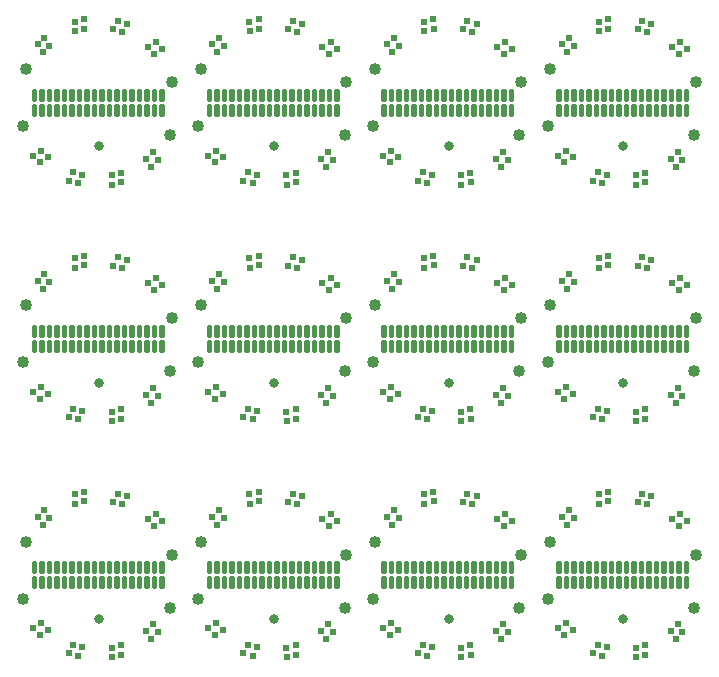
<source format=gts>
G75*
%MOIN*%
%OFA0B0*%
%FSLAX25Y25*%
%IPPOS*%
%LPD*%
%AMOC8*
5,1,8,0,0,1.08239X$1,22.5*
%
%ADD10C,0.03156*%
%ADD11C,0.01710*%
%ADD12C,0.02369*%
%ADD13C,0.04000*%
D10*
X0094504Y0083687D03*
X0152772Y0083687D03*
X0211039Y0083687D03*
X0269307Y0083687D03*
X0269307Y0162427D03*
X0211039Y0162427D03*
X0152772Y0162427D03*
X0094504Y0162427D03*
X0094504Y0241167D03*
X0152772Y0241167D03*
X0211039Y0241167D03*
X0269307Y0241167D03*
D11*
X0270059Y0252017D02*
X0270249Y0252017D01*
X0270059Y0252017D02*
X0270059Y0254707D01*
X0270249Y0254707D01*
X0270249Y0252017D01*
X0270249Y0253726D02*
X0270059Y0253726D01*
X0267749Y0252017D02*
X0267559Y0252017D01*
X0267559Y0254707D01*
X0267749Y0254707D01*
X0267749Y0252017D01*
X0267749Y0253726D02*
X0267559Y0253726D01*
X0265249Y0252017D02*
X0265059Y0252017D01*
X0265059Y0254707D01*
X0265249Y0254707D01*
X0265249Y0252017D01*
X0265249Y0253726D02*
X0265059Y0253726D01*
X0262749Y0252017D02*
X0262559Y0252017D01*
X0262559Y0254707D01*
X0262749Y0254707D01*
X0262749Y0252017D01*
X0262749Y0253726D02*
X0262559Y0253726D01*
X0260249Y0252017D02*
X0260059Y0252017D01*
X0260059Y0254707D01*
X0260249Y0254707D01*
X0260249Y0252017D01*
X0260249Y0253726D02*
X0260059Y0253726D01*
X0257749Y0252017D02*
X0257559Y0252017D01*
X0257559Y0254707D01*
X0257749Y0254707D01*
X0257749Y0252017D01*
X0257749Y0253726D02*
X0257559Y0253726D01*
X0255249Y0252017D02*
X0255059Y0252017D01*
X0255059Y0254707D01*
X0255249Y0254707D01*
X0255249Y0252017D01*
X0255249Y0253726D02*
X0255059Y0253726D01*
X0252749Y0252017D02*
X0252559Y0252017D01*
X0252559Y0254707D01*
X0252749Y0254707D01*
X0252749Y0252017D01*
X0252749Y0253726D02*
X0252559Y0253726D01*
X0250249Y0252017D02*
X0250059Y0252017D01*
X0250059Y0254707D01*
X0250249Y0254707D01*
X0250249Y0252017D01*
X0250249Y0253726D02*
X0250059Y0253726D01*
X0247749Y0252017D02*
X0247559Y0252017D01*
X0247559Y0254707D01*
X0247749Y0254707D01*
X0247749Y0252017D01*
X0247749Y0253726D02*
X0247559Y0253726D01*
X0247559Y0257017D02*
X0247749Y0257017D01*
X0247559Y0257017D02*
X0247559Y0259707D01*
X0247749Y0259707D01*
X0247749Y0257017D01*
X0247749Y0258726D02*
X0247559Y0258726D01*
X0250059Y0257017D02*
X0250249Y0257017D01*
X0250059Y0257017D02*
X0250059Y0259707D01*
X0250249Y0259707D01*
X0250249Y0257017D01*
X0250249Y0258726D02*
X0250059Y0258726D01*
X0252559Y0257017D02*
X0252749Y0257017D01*
X0252559Y0257017D02*
X0252559Y0259707D01*
X0252749Y0259707D01*
X0252749Y0257017D01*
X0252749Y0258726D02*
X0252559Y0258726D01*
X0255059Y0257017D02*
X0255249Y0257017D01*
X0255059Y0257017D02*
X0255059Y0259707D01*
X0255249Y0259707D01*
X0255249Y0257017D01*
X0255249Y0258726D02*
X0255059Y0258726D01*
X0257559Y0257017D02*
X0257749Y0257017D01*
X0257559Y0257017D02*
X0257559Y0259707D01*
X0257749Y0259707D01*
X0257749Y0257017D01*
X0257749Y0258726D02*
X0257559Y0258726D01*
X0260059Y0257017D02*
X0260249Y0257017D01*
X0260059Y0257017D02*
X0260059Y0259707D01*
X0260249Y0259707D01*
X0260249Y0257017D01*
X0260249Y0258726D02*
X0260059Y0258726D01*
X0262559Y0257017D02*
X0262749Y0257017D01*
X0262559Y0257017D02*
X0262559Y0259707D01*
X0262749Y0259707D01*
X0262749Y0257017D01*
X0262749Y0258726D02*
X0262559Y0258726D01*
X0265059Y0257017D02*
X0265249Y0257017D01*
X0265059Y0257017D02*
X0265059Y0259707D01*
X0265249Y0259707D01*
X0265249Y0257017D01*
X0265249Y0258726D02*
X0265059Y0258726D01*
X0267559Y0257017D02*
X0267749Y0257017D01*
X0267559Y0257017D02*
X0267559Y0259707D01*
X0267749Y0259707D01*
X0267749Y0257017D01*
X0267749Y0258726D02*
X0267559Y0258726D01*
X0270059Y0257017D02*
X0270249Y0257017D01*
X0270059Y0257017D02*
X0270059Y0259707D01*
X0270249Y0259707D01*
X0270249Y0257017D01*
X0270249Y0258726D02*
X0270059Y0258726D01*
X0272559Y0257017D02*
X0272749Y0257017D01*
X0272559Y0257017D02*
X0272559Y0259707D01*
X0272749Y0259707D01*
X0272749Y0257017D01*
X0272749Y0258726D02*
X0272559Y0258726D01*
X0275059Y0257017D02*
X0275249Y0257017D01*
X0275059Y0257017D02*
X0275059Y0259707D01*
X0275249Y0259707D01*
X0275249Y0257017D01*
X0275249Y0258726D02*
X0275059Y0258726D01*
X0277559Y0257017D02*
X0277749Y0257017D01*
X0277559Y0257017D02*
X0277559Y0259707D01*
X0277749Y0259707D01*
X0277749Y0257017D01*
X0277749Y0258726D02*
X0277559Y0258726D01*
X0280059Y0257017D02*
X0280249Y0257017D01*
X0280059Y0257017D02*
X0280059Y0259707D01*
X0280249Y0259707D01*
X0280249Y0257017D01*
X0280249Y0258726D02*
X0280059Y0258726D01*
X0282559Y0257017D02*
X0282749Y0257017D01*
X0282559Y0257017D02*
X0282559Y0259707D01*
X0282749Y0259707D01*
X0282749Y0257017D01*
X0282749Y0258726D02*
X0282559Y0258726D01*
X0285059Y0257017D02*
X0285249Y0257017D01*
X0285059Y0257017D02*
X0285059Y0259707D01*
X0285249Y0259707D01*
X0285249Y0257017D01*
X0285249Y0258726D02*
X0285059Y0258726D01*
X0287559Y0257017D02*
X0287749Y0257017D01*
X0287559Y0257017D02*
X0287559Y0259707D01*
X0287749Y0259707D01*
X0287749Y0257017D01*
X0287749Y0258726D02*
X0287559Y0258726D01*
X0290059Y0257017D02*
X0290249Y0257017D01*
X0290059Y0257017D02*
X0290059Y0259707D01*
X0290249Y0259707D01*
X0290249Y0257017D01*
X0290249Y0258726D02*
X0290059Y0258726D01*
X0290059Y0252017D02*
X0290249Y0252017D01*
X0290059Y0252017D02*
X0290059Y0254707D01*
X0290249Y0254707D01*
X0290249Y0252017D01*
X0290249Y0253726D02*
X0290059Y0253726D01*
X0287749Y0252017D02*
X0287559Y0252017D01*
X0287559Y0254707D01*
X0287749Y0254707D01*
X0287749Y0252017D01*
X0287749Y0253726D02*
X0287559Y0253726D01*
X0285249Y0252017D02*
X0285059Y0252017D01*
X0285059Y0254707D01*
X0285249Y0254707D01*
X0285249Y0252017D01*
X0285249Y0253726D02*
X0285059Y0253726D01*
X0282749Y0252017D02*
X0282559Y0252017D01*
X0282559Y0254707D01*
X0282749Y0254707D01*
X0282749Y0252017D01*
X0282749Y0253726D02*
X0282559Y0253726D01*
X0280249Y0252017D02*
X0280059Y0252017D01*
X0280059Y0254707D01*
X0280249Y0254707D01*
X0280249Y0252017D01*
X0280249Y0253726D02*
X0280059Y0253726D01*
X0277749Y0252017D02*
X0277559Y0252017D01*
X0277559Y0254707D01*
X0277749Y0254707D01*
X0277749Y0252017D01*
X0277749Y0253726D02*
X0277559Y0253726D01*
X0275249Y0252017D02*
X0275059Y0252017D01*
X0275059Y0254707D01*
X0275249Y0254707D01*
X0275249Y0252017D01*
X0275249Y0253726D02*
X0275059Y0253726D01*
X0272749Y0252017D02*
X0272559Y0252017D01*
X0272559Y0254707D01*
X0272749Y0254707D01*
X0272749Y0252017D01*
X0272749Y0253726D02*
X0272559Y0253726D01*
X0231981Y0252017D02*
X0231791Y0252017D01*
X0231791Y0254707D01*
X0231981Y0254707D01*
X0231981Y0252017D01*
X0231981Y0253726D02*
X0231791Y0253726D01*
X0229481Y0252017D02*
X0229291Y0252017D01*
X0229291Y0254707D01*
X0229481Y0254707D01*
X0229481Y0252017D01*
X0229481Y0253726D02*
X0229291Y0253726D01*
X0226981Y0252017D02*
X0226791Y0252017D01*
X0226791Y0254707D01*
X0226981Y0254707D01*
X0226981Y0252017D01*
X0226981Y0253726D02*
X0226791Y0253726D01*
X0224481Y0252017D02*
X0224291Y0252017D01*
X0224291Y0254707D01*
X0224481Y0254707D01*
X0224481Y0252017D01*
X0224481Y0253726D02*
X0224291Y0253726D01*
X0221981Y0252017D02*
X0221791Y0252017D01*
X0221791Y0254707D01*
X0221981Y0254707D01*
X0221981Y0252017D01*
X0221981Y0253726D02*
X0221791Y0253726D01*
X0219481Y0252017D02*
X0219291Y0252017D01*
X0219291Y0254707D01*
X0219481Y0254707D01*
X0219481Y0252017D01*
X0219481Y0253726D02*
X0219291Y0253726D01*
X0216981Y0252017D02*
X0216791Y0252017D01*
X0216791Y0254707D01*
X0216981Y0254707D01*
X0216981Y0252017D01*
X0216981Y0253726D02*
X0216791Y0253726D01*
X0214481Y0252017D02*
X0214291Y0252017D01*
X0214291Y0254707D01*
X0214481Y0254707D01*
X0214481Y0252017D01*
X0214481Y0253726D02*
X0214291Y0253726D01*
X0211981Y0252017D02*
X0211791Y0252017D01*
X0211791Y0254707D01*
X0211981Y0254707D01*
X0211981Y0252017D01*
X0211981Y0253726D02*
X0211791Y0253726D01*
X0209481Y0252017D02*
X0209291Y0252017D01*
X0209291Y0254707D01*
X0209481Y0254707D01*
X0209481Y0252017D01*
X0209481Y0253726D02*
X0209291Y0253726D01*
X0206981Y0252017D02*
X0206791Y0252017D01*
X0206791Y0254707D01*
X0206981Y0254707D01*
X0206981Y0252017D01*
X0206981Y0253726D02*
X0206791Y0253726D01*
X0204481Y0252017D02*
X0204291Y0252017D01*
X0204291Y0254707D01*
X0204481Y0254707D01*
X0204481Y0252017D01*
X0204481Y0253726D02*
X0204291Y0253726D01*
X0201981Y0252017D02*
X0201791Y0252017D01*
X0201791Y0254707D01*
X0201981Y0254707D01*
X0201981Y0252017D01*
X0201981Y0253726D02*
X0201791Y0253726D01*
X0199481Y0252017D02*
X0199291Y0252017D01*
X0199291Y0254707D01*
X0199481Y0254707D01*
X0199481Y0252017D01*
X0199481Y0253726D02*
X0199291Y0253726D01*
X0196981Y0252017D02*
X0196791Y0252017D01*
X0196791Y0254707D01*
X0196981Y0254707D01*
X0196981Y0252017D01*
X0196981Y0253726D02*
X0196791Y0253726D01*
X0194481Y0252017D02*
X0194291Y0252017D01*
X0194291Y0254707D01*
X0194481Y0254707D01*
X0194481Y0252017D01*
X0194481Y0253726D02*
X0194291Y0253726D01*
X0191981Y0252017D02*
X0191791Y0252017D01*
X0191791Y0254707D01*
X0191981Y0254707D01*
X0191981Y0252017D01*
X0191981Y0253726D02*
X0191791Y0253726D01*
X0189481Y0252017D02*
X0189291Y0252017D01*
X0189291Y0254707D01*
X0189481Y0254707D01*
X0189481Y0252017D01*
X0189481Y0253726D02*
X0189291Y0253726D01*
X0189291Y0257017D02*
X0189481Y0257017D01*
X0189291Y0257017D02*
X0189291Y0259707D01*
X0189481Y0259707D01*
X0189481Y0257017D01*
X0189481Y0258726D02*
X0189291Y0258726D01*
X0191791Y0257017D02*
X0191981Y0257017D01*
X0191791Y0257017D02*
X0191791Y0259707D01*
X0191981Y0259707D01*
X0191981Y0257017D01*
X0191981Y0258726D02*
X0191791Y0258726D01*
X0194291Y0257017D02*
X0194481Y0257017D01*
X0194291Y0257017D02*
X0194291Y0259707D01*
X0194481Y0259707D01*
X0194481Y0257017D01*
X0194481Y0258726D02*
X0194291Y0258726D01*
X0196791Y0257017D02*
X0196981Y0257017D01*
X0196791Y0257017D02*
X0196791Y0259707D01*
X0196981Y0259707D01*
X0196981Y0257017D01*
X0196981Y0258726D02*
X0196791Y0258726D01*
X0199291Y0257017D02*
X0199481Y0257017D01*
X0199291Y0257017D02*
X0199291Y0259707D01*
X0199481Y0259707D01*
X0199481Y0257017D01*
X0199481Y0258726D02*
X0199291Y0258726D01*
X0201791Y0257017D02*
X0201981Y0257017D01*
X0201791Y0257017D02*
X0201791Y0259707D01*
X0201981Y0259707D01*
X0201981Y0257017D01*
X0201981Y0258726D02*
X0201791Y0258726D01*
X0204291Y0257017D02*
X0204481Y0257017D01*
X0204291Y0257017D02*
X0204291Y0259707D01*
X0204481Y0259707D01*
X0204481Y0257017D01*
X0204481Y0258726D02*
X0204291Y0258726D01*
X0206791Y0257017D02*
X0206981Y0257017D01*
X0206791Y0257017D02*
X0206791Y0259707D01*
X0206981Y0259707D01*
X0206981Y0257017D01*
X0206981Y0258726D02*
X0206791Y0258726D01*
X0209291Y0257017D02*
X0209481Y0257017D01*
X0209291Y0257017D02*
X0209291Y0259707D01*
X0209481Y0259707D01*
X0209481Y0257017D01*
X0209481Y0258726D02*
X0209291Y0258726D01*
X0211791Y0257017D02*
X0211981Y0257017D01*
X0211791Y0257017D02*
X0211791Y0259707D01*
X0211981Y0259707D01*
X0211981Y0257017D01*
X0211981Y0258726D02*
X0211791Y0258726D01*
X0214291Y0257017D02*
X0214481Y0257017D01*
X0214291Y0257017D02*
X0214291Y0259707D01*
X0214481Y0259707D01*
X0214481Y0257017D01*
X0214481Y0258726D02*
X0214291Y0258726D01*
X0216791Y0257017D02*
X0216981Y0257017D01*
X0216791Y0257017D02*
X0216791Y0259707D01*
X0216981Y0259707D01*
X0216981Y0257017D01*
X0216981Y0258726D02*
X0216791Y0258726D01*
X0219291Y0257017D02*
X0219481Y0257017D01*
X0219291Y0257017D02*
X0219291Y0259707D01*
X0219481Y0259707D01*
X0219481Y0257017D01*
X0219481Y0258726D02*
X0219291Y0258726D01*
X0221791Y0257017D02*
X0221981Y0257017D01*
X0221791Y0257017D02*
X0221791Y0259707D01*
X0221981Y0259707D01*
X0221981Y0257017D01*
X0221981Y0258726D02*
X0221791Y0258726D01*
X0224291Y0257017D02*
X0224481Y0257017D01*
X0224291Y0257017D02*
X0224291Y0259707D01*
X0224481Y0259707D01*
X0224481Y0257017D01*
X0224481Y0258726D02*
X0224291Y0258726D01*
X0226791Y0257017D02*
X0226981Y0257017D01*
X0226791Y0257017D02*
X0226791Y0259707D01*
X0226981Y0259707D01*
X0226981Y0257017D01*
X0226981Y0258726D02*
X0226791Y0258726D01*
X0229291Y0257017D02*
X0229481Y0257017D01*
X0229291Y0257017D02*
X0229291Y0259707D01*
X0229481Y0259707D01*
X0229481Y0257017D01*
X0229481Y0258726D02*
X0229291Y0258726D01*
X0231791Y0257017D02*
X0231981Y0257017D01*
X0231791Y0257017D02*
X0231791Y0259707D01*
X0231981Y0259707D01*
X0231981Y0257017D01*
X0231981Y0258726D02*
X0231791Y0258726D01*
X0173713Y0257017D02*
X0173523Y0257017D01*
X0173523Y0259707D01*
X0173713Y0259707D01*
X0173713Y0257017D01*
X0173713Y0258726D02*
X0173523Y0258726D01*
X0171213Y0257017D02*
X0171023Y0257017D01*
X0171023Y0259707D01*
X0171213Y0259707D01*
X0171213Y0257017D01*
X0171213Y0258726D02*
X0171023Y0258726D01*
X0168713Y0257017D02*
X0168523Y0257017D01*
X0168523Y0259707D01*
X0168713Y0259707D01*
X0168713Y0257017D01*
X0168713Y0258726D02*
X0168523Y0258726D01*
X0166213Y0257017D02*
X0166023Y0257017D01*
X0166023Y0259707D01*
X0166213Y0259707D01*
X0166213Y0257017D01*
X0166213Y0258726D02*
X0166023Y0258726D01*
X0163713Y0257017D02*
X0163523Y0257017D01*
X0163523Y0259707D01*
X0163713Y0259707D01*
X0163713Y0257017D01*
X0163713Y0258726D02*
X0163523Y0258726D01*
X0161213Y0257017D02*
X0161023Y0257017D01*
X0161023Y0259707D01*
X0161213Y0259707D01*
X0161213Y0257017D01*
X0161213Y0258726D02*
X0161023Y0258726D01*
X0158713Y0257017D02*
X0158523Y0257017D01*
X0158523Y0259707D01*
X0158713Y0259707D01*
X0158713Y0257017D01*
X0158713Y0258726D02*
X0158523Y0258726D01*
X0156213Y0257017D02*
X0156023Y0257017D01*
X0156023Y0259707D01*
X0156213Y0259707D01*
X0156213Y0257017D01*
X0156213Y0258726D02*
X0156023Y0258726D01*
X0153713Y0257017D02*
X0153523Y0257017D01*
X0153523Y0259707D01*
X0153713Y0259707D01*
X0153713Y0257017D01*
X0153713Y0258726D02*
X0153523Y0258726D01*
X0151213Y0257017D02*
X0151023Y0257017D01*
X0151023Y0259707D01*
X0151213Y0259707D01*
X0151213Y0257017D01*
X0151213Y0258726D02*
X0151023Y0258726D01*
X0148713Y0257017D02*
X0148523Y0257017D01*
X0148523Y0259707D01*
X0148713Y0259707D01*
X0148713Y0257017D01*
X0148713Y0258726D02*
X0148523Y0258726D01*
X0146213Y0257017D02*
X0146023Y0257017D01*
X0146023Y0259707D01*
X0146213Y0259707D01*
X0146213Y0257017D01*
X0146213Y0258726D02*
X0146023Y0258726D01*
X0143713Y0257017D02*
X0143523Y0257017D01*
X0143523Y0259707D01*
X0143713Y0259707D01*
X0143713Y0257017D01*
X0143713Y0258726D02*
X0143523Y0258726D01*
X0141213Y0257017D02*
X0141023Y0257017D01*
X0141023Y0259707D01*
X0141213Y0259707D01*
X0141213Y0257017D01*
X0141213Y0258726D02*
X0141023Y0258726D01*
X0138713Y0257017D02*
X0138523Y0257017D01*
X0138523Y0259707D01*
X0138713Y0259707D01*
X0138713Y0257017D01*
X0138713Y0258726D02*
X0138523Y0258726D01*
X0136213Y0257017D02*
X0136023Y0257017D01*
X0136023Y0259707D01*
X0136213Y0259707D01*
X0136213Y0257017D01*
X0136213Y0258726D02*
X0136023Y0258726D01*
X0133713Y0257017D02*
X0133523Y0257017D01*
X0133523Y0259707D01*
X0133713Y0259707D01*
X0133713Y0257017D01*
X0133713Y0258726D02*
X0133523Y0258726D01*
X0131213Y0257017D02*
X0131023Y0257017D01*
X0131023Y0259707D01*
X0131213Y0259707D01*
X0131213Y0257017D01*
X0131213Y0258726D02*
X0131023Y0258726D01*
X0131023Y0252017D02*
X0131213Y0252017D01*
X0131023Y0252017D02*
X0131023Y0254707D01*
X0131213Y0254707D01*
X0131213Y0252017D01*
X0131213Y0253726D02*
X0131023Y0253726D01*
X0133523Y0252017D02*
X0133713Y0252017D01*
X0133523Y0252017D02*
X0133523Y0254707D01*
X0133713Y0254707D01*
X0133713Y0252017D01*
X0133713Y0253726D02*
X0133523Y0253726D01*
X0136023Y0252017D02*
X0136213Y0252017D01*
X0136023Y0252017D02*
X0136023Y0254707D01*
X0136213Y0254707D01*
X0136213Y0252017D01*
X0136213Y0253726D02*
X0136023Y0253726D01*
X0138523Y0252017D02*
X0138713Y0252017D01*
X0138523Y0252017D02*
X0138523Y0254707D01*
X0138713Y0254707D01*
X0138713Y0252017D01*
X0138713Y0253726D02*
X0138523Y0253726D01*
X0141023Y0252017D02*
X0141213Y0252017D01*
X0141023Y0252017D02*
X0141023Y0254707D01*
X0141213Y0254707D01*
X0141213Y0252017D01*
X0141213Y0253726D02*
X0141023Y0253726D01*
X0143523Y0252017D02*
X0143713Y0252017D01*
X0143523Y0252017D02*
X0143523Y0254707D01*
X0143713Y0254707D01*
X0143713Y0252017D01*
X0143713Y0253726D02*
X0143523Y0253726D01*
X0146023Y0252017D02*
X0146213Y0252017D01*
X0146023Y0252017D02*
X0146023Y0254707D01*
X0146213Y0254707D01*
X0146213Y0252017D01*
X0146213Y0253726D02*
X0146023Y0253726D01*
X0148523Y0252017D02*
X0148713Y0252017D01*
X0148523Y0252017D02*
X0148523Y0254707D01*
X0148713Y0254707D01*
X0148713Y0252017D01*
X0148713Y0253726D02*
X0148523Y0253726D01*
X0151023Y0252017D02*
X0151213Y0252017D01*
X0151023Y0252017D02*
X0151023Y0254707D01*
X0151213Y0254707D01*
X0151213Y0252017D01*
X0151213Y0253726D02*
X0151023Y0253726D01*
X0153523Y0252017D02*
X0153713Y0252017D01*
X0153523Y0252017D02*
X0153523Y0254707D01*
X0153713Y0254707D01*
X0153713Y0252017D01*
X0153713Y0253726D02*
X0153523Y0253726D01*
X0156023Y0252017D02*
X0156213Y0252017D01*
X0156023Y0252017D02*
X0156023Y0254707D01*
X0156213Y0254707D01*
X0156213Y0252017D01*
X0156213Y0253726D02*
X0156023Y0253726D01*
X0158523Y0252017D02*
X0158713Y0252017D01*
X0158523Y0252017D02*
X0158523Y0254707D01*
X0158713Y0254707D01*
X0158713Y0252017D01*
X0158713Y0253726D02*
X0158523Y0253726D01*
X0161023Y0252017D02*
X0161213Y0252017D01*
X0161023Y0252017D02*
X0161023Y0254707D01*
X0161213Y0254707D01*
X0161213Y0252017D01*
X0161213Y0253726D02*
X0161023Y0253726D01*
X0163523Y0252017D02*
X0163713Y0252017D01*
X0163523Y0252017D02*
X0163523Y0254707D01*
X0163713Y0254707D01*
X0163713Y0252017D01*
X0163713Y0253726D02*
X0163523Y0253726D01*
X0166023Y0252017D02*
X0166213Y0252017D01*
X0166023Y0252017D02*
X0166023Y0254707D01*
X0166213Y0254707D01*
X0166213Y0252017D01*
X0166213Y0253726D02*
X0166023Y0253726D01*
X0168523Y0252017D02*
X0168713Y0252017D01*
X0168523Y0252017D02*
X0168523Y0254707D01*
X0168713Y0254707D01*
X0168713Y0252017D01*
X0168713Y0253726D02*
X0168523Y0253726D01*
X0171023Y0252017D02*
X0171213Y0252017D01*
X0171023Y0252017D02*
X0171023Y0254707D01*
X0171213Y0254707D01*
X0171213Y0252017D01*
X0171213Y0253726D02*
X0171023Y0253726D01*
X0173523Y0252017D02*
X0173713Y0252017D01*
X0173523Y0252017D02*
X0173523Y0254707D01*
X0173713Y0254707D01*
X0173713Y0252017D01*
X0173713Y0253726D02*
X0173523Y0253726D01*
X0115445Y0252017D02*
X0115255Y0252017D01*
X0115255Y0254707D01*
X0115445Y0254707D01*
X0115445Y0252017D01*
X0115445Y0253726D02*
X0115255Y0253726D01*
X0112945Y0252017D02*
X0112755Y0252017D01*
X0112755Y0254707D01*
X0112945Y0254707D01*
X0112945Y0252017D01*
X0112945Y0253726D02*
X0112755Y0253726D01*
X0110445Y0252017D02*
X0110255Y0252017D01*
X0110255Y0254707D01*
X0110445Y0254707D01*
X0110445Y0252017D01*
X0110445Y0253726D02*
X0110255Y0253726D01*
X0107945Y0252017D02*
X0107755Y0252017D01*
X0107755Y0254707D01*
X0107945Y0254707D01*
X0107945Y0252017D01*
X0107945Y0253726D02*
X0107755Y0253726D01*
X0105445Y0252017D02*
X0105255Y0252017D01*
X0105255Y0254707D01*
X0105445Y0254707D01*
X0105445Y0252017D01*
X0105445Y0253726D02*
X0105255Y0253726D01*
X0102945Y0252017D02*
X0102755Y0252017D01*
X0102755Y0254707D01*
X0102945Y0254707D01*
X0102945Y0252017D01*
X0102945Y0253726D02*
X0102755Y0253726D01*
X0100445Y0252017D02*
X0100255Y0252017D01*
X0100255Y0254707D01*
X0100445Y0254707D01*
X0100445Y0252017D01*
X0100445Y0253726D02*
X0100255Y0253726D01*
X0097945Y0252017D02*
X0097755Y0252017D01*
X0097755Y0254707D01*
X0097945Y0254707D01*
X0097945Y0252017D01*
X0097945Y0253726D02*
X0097755Y0253726D01*
X0095445Y0252017D02*
X0095255Y0252017D01*
X0095255Y0254707D01*
X0095445Y0254707D01*
X0095445Y0252017D01*
X0095445Y0253726D02*
X0095255Y0253726D01*
X0092945Y0252017D02*
X0092755Y0252017D01*
X0092755Y0254707D01*
X0092945Y0254707D01*
X0092945Y0252017D01*
X0092945Y0253726D02*
X0092755Y0253726D01*
X0090445Y0252017D02*
X0090255Y0252017D01*
X0090255Y0254707D01*
X0090445Y0254707D01*
X0090445Y0252017D01*
X0090445Y0253726D02*
X0090255Y0253726D01*
X0087945Y0252017D02*
X0087755Y0252017D01*
X0087755Y0254707D01*
X0087945Y0254707D01*
X0087945Y0252017D01*
X0087945Y0253726D02*
X0087755Y0253726D01*
X0085445Y0252017D02*
X0085255Y0252017D01*
X0085255Y0254707D01*
X0085445Y0254707D01*
X0085445Y0252017D01*
X0085445Y0253726D02*
X0085255Y0253726D01*
X0082945Y0252017D02*
X0082755Y0252017D01*
X0082755Y0254707D01*
X0082945Y0254707D01*
X0082945Y0252017D01*
X0082945Y0253726D02*
X0082755Y0253726D01*
X0080445Y0252017D02*
X0080255Y0252017D01*
X0080255Y0254707D01*
X0080445Y0254707D01*
X0080445Y0252017D01*
X0080445Y0253726D02*
X0080255Y0253726D01*
X0077945Y0252017D02*
X0077755Y0252017D01*
X0077755Y0254707D01*
X0077945Y0254707D01*
X0077945Y0252017D01*
X0077945Y0253726D02*
X0077755Y0253726D01*
X0075445Y0252017D02*
X0075255Y0252017D01*
X0075255Y0254707D01*
X0075445Y0254707D01*
X0075445Y0252017D01*
X0075445Y0253726D02*
X0075255Y0253726D01*
X0072945Y0252017D02*
X0072755Y0252017D01*
X0072755Y0254707D01*
X0072945Y0254707D01*
X0072945Y0252017D01*
X0072945Y0253726D02*
X0072755Y0253726D01*
X0072755Y0257017D02*
X0072945Y0257017D01*
X0072755Y0257017D02*
X0072755Y0259707D01*
X0072945Y0259707D01*
X0072945Y0257017D01*
X0072945Y0258726D02*
X0072755Y0258726D01*
X0075255Y0257017D02*
X0075445Y0257017D01*
X0075255Y0257017D02*
X0075255Y0259707D01*
X0075445Y0259707D01*
X0075445Y0257017D01*
X0075445Y0258726D02*
X0075255Y0258726D01*
X0077755Y0257017D02*
X0077945Y0257017D01*
X0077755Y0257017D02*
X0077755Y0259707D01*
X0077945Y0259707D01*
X0077945Y0257017D01*
X0077945Y0258726D02*
X0077755Y0258726D01*
X0080255Y0257017D02*
X0080445Y0257017D01*
X0080255Y0257017D02*
X0080255Y0259707D01*
X0080445Y0259707D01*
X0080445Y0257017D01*
X0080445Y0258726D02*
X0080255Y0258726D01*
X0082755Y0257017D02*
X0082945Y0257017D01*
X0082755Y0257017D02*
X0082755Y0259707D01*
X0082945Y0259707D01*
X0082945Y0257017D01*
X0082945Y0258726D02*
X0082755Y0258726D01*
X0085255Y0257017D02*
X0085445Y0257017D01*
X0085255Y0257017D02*
X0085255Y0259707D01*
X0085445Y0259707D01*
X0085445Y0257017D01*
X0085445Y0258726D02*
X0085255Y0258726D01*
X0087755Y0257017D02*
X0087945Y0257017D01*
X0087755Y0257017D02*
X0087755Y0259707D01*
X0087945Y0259707D01*
X0087945Y0257017D01*
X0087945Y0258726D02*
X0087755Y0258726D01*
X0090255Y0257017D02*
X0090445Y0257017D01*
X0090255Y0257017D02*
X0090255Y0259707D01*
X0090445Y0259707D01*
X0090445Y0257017D01*
X0090445Y0258726D02*
X0090255Y0258726D01*
X0092755Y0257017D02*
X0092945Y0257017D01*
X0092755Y0257017D02*
X0092755Y0259707D01*
X0092945Y0259707D01*
X0092945Y0257017D01*
X0092945Y0258726D02*
X0092755Y0258726D01*
X0095255Y0257017D02*
X0095445Y0257017D01*
X0095255Y0257017D02*
X0095255Y0259707D01*
X0095445Y0259707D01*
X0095445Y0257017D01*
X0095445Y0258726D02*
X0095255Y0258726D01*
X0097755Y0257017D02*
X0097945Y0257017D01*
X0097755Y0257017D02*
X0097755Y0259707D01*
X0097945Y0259707D01*
X0097945Y0257017D01*
X0097945Y0258726D02*
X0097755Y0258726D01*
X0100255Y0257017D02*
X0100445Y0257017D01*
X0100255Y0257017D02*
X0100255Y0259707D01*
X0100445Y0259707D01*
X0100445Y0257017D01*
X0100445Y0258726D02*
X0100255Y0258726D01*
X0102755Y0257017D02*
X0102945Y0257017D01*
X0102755Y0257017D02*
X0102755Y0259707D01*
X0102945Y0259707D01*
X0102945Y0257017D01*
X0102945Y0258726D02*
X0102755Y0258726D01*
X0105255Y0257017D02*
X0105445Y0257017D01*
X0105255Y0257017D02*
X0105255Y0259707D01*
X0105445Y0259707D01*
X0105445Y0257017D01*
X0105445Y0258726D02*
X0105255Y0258726D01*
X0107755Y0257017D02*
X0107945Y0257017D01*
X0107755Y0257017D02*
X0107755Y0259707D01*
X0107945Y0259707D01*
X0107945Y0257017D01*
X0107945Y0258726D02*
X0107755Y0258726D01*
X0110255Y0257017D02*
X0110445Y0257017D01*
X0110255Y0257017D02*
X0110255Y0259707D01*
X0110445Y0259707D01*
X0110445Y0257017D01*
X0110445Y0258726D02*
X0110255Y0258726D01*
X0112755Y0257017D02*
X0112945Y0257017D01*
X0112755Y0257017D02*
X0112755Y0259707D01*
X0112945Y0259707D01*
X0112945Y0257017D01*
X0112945Y0258726D02*
X0112755Y0258726D01*
X0115255Y0257017D02*
X0115445Y0257017D01*
X0115255Y0257017D02*
X0115255Y0259707D01*
X0115445Y0259707D01*
X0115445Y0257017D01*
X0115445Y0258726D02*
X0115255Y0258726D01*
X0115445Y0178277D02*
X0115255Y0178277D01*
X0115255Y0180967D01*
X0115445Y0180967D01*
X0115445Y0178277D01*
X0115445Y0179986D02*
X0115255Y0179986D01*
X0112945Y0178277D02*
X0112755Y0178277D01*
X0112755Y0180967D01*
X0112945Y0180967D01*
X0112945Y0178277D01*
X0112945Y0179986D02*
X0112755Y0179986D01*
X0110445Y0178277D02*
X0110255Y0178277D01*
X0110255Y0180967D01*
X0110445Y0180967D01*
X0110445Y0178277D01*
X0110445Y0179986D02*
X0110255Y0179986D01*
X0107945Y0178277D02*
X0107755Y0178277D01*
X0107755Y0180967D01*
X0107945Y0180967D01*
X0107945Y0178277D01*
X0107945Y0179986D02*
X0107755Y0179986D01*
X0105445Y0178277D02*
X0105255Y0178277D01*
X0105255Y0180967D01*
X0105445Y0180967D01*
X0105445Y0178277D01*
X0105445Y0179986D02*
X0105255Y0179986D01*
X0102945Y0178277D02*
X0102755Y0178277D01*
X0102755Y0180967D01*
X0102945Y0180967D01*
X0102945Y0178277D01*
X0102945Y0179986D02*
X0102755Y0179986D01*
X0100445Y0178277D02*
X0100255Y0178277D01*
X0100255Y0180967D01*
X0100445Y0180967D01*
X0100445Y0178277D01*
X0100445Y0179986D02*
X0100255Y0179986D01*
X0097945Y0178277D02*
X0097755Y0178277D01*
X0097755Y0180967D01*
X0097945Y0180967D01*
X0097945Y0178277D01*
X0097945Y0179986D02*
X0097755Y0179986D01*
X0095445Y0178277D02*
X0095255Y0178277D01*
X0095255Y0180967D01*
X0095445Y0180967D01*
X0095445Y0178277D01*
X0095445Y0179986D02*
X0095255Y0179986D01*
X0092945Y0178277D02*
X0092755Y0178277D01*
X0092755Y0180967D01*
X0092945Y0180967D01*
X0092945Y0178277D01*
X0092945Y0179986D02*
X0092755Y0179986D01*
X0090445Y0178277D02*
X0090255Y0178277D01*
X0090255Y0180967D01*
X0090445Y0180967D01*
X0090445Y0178277D01*
X0090445Y0179986D02*
X0090255Y0179986D01*
X0087945Y0178277D02*
X0087755Y0178277D01*
X0087755Y0180967D01*
X0087945Y0180967D01*
X0087945Y0178277D01*
X0087945Y0179986D02*
X0087755Y0179986D01*
X0085445Y0178277D02*
X0085255Y0178277D01*
X0085255Y0180967D01*
X0085445Y0180967D01*
X0085445Y0178277D01*
X0085445Y0179986D02*
X0085255Y0179986D01*
X0082945Y0178277D02*
X0082755Y0178277D01*
X0082755Y0180967D01*
X0082945Y0180967D01*
X0082945Y0178277D01*
X0082945Y0179986D02*
X0082755Y0179986D01*
X0080445Y0178277D02*
X0080255Y0178277D01*
X0080255Y0180967D01*
X0080445Y0180967D01*
X0080445Y0178277D01*
X0080445Y0179986D02*
X0080255Y0179986D01*
X0077945Y0178277D02*
X0077755Y0178277D01*
X0077755Y0180967D01*
X0077945Y0180967D01*
X0077945Y0178277D01*
X0077945Y0179986D02*
X0077755Y0179986D01*
X0075445Y0178277D02*
X0075255Y0178277D01*
X0075255Y0180967D01*
X0075445Y0180967D01*
X0075445Y0178277D01*
X0075445Y0179986D02*
X0075255Y0179986D01*
X0072945Y0178277D02*
X0072755Y0178277D01*
X0072755Y0180967D01*
X0072945Y0180967D01*
X0072945Y0178277D01*
X0072945Y0179986D02*
X0072755Y0179986D01*
X0072755Y0173277D02*
X0072945Y0173277D01*
X0072755Y0173277D02*
X0072755Y0175967D01*
X0072945Y0175967D01*
X0072945Y0173277D01*
X0072945Y0174986D02*
X0072755Y0174986D01*
X0075255Y0173277D02*
X0075445Y0173277D01*
X0075255Y0173277D02*
X0075255Y0175967D01*
X0075445Y0175967D01*
X0075445Y0173277D01*
X0075445Y0174986D02*
X0075255Y0174986D01*
X0077755Y0173277D02*
X0077945Y0173277D01*
X0077755Y0173277D02*
X0077755Y0175967D01*
X0077945Y0175967D01*
X0077945Y0173277D01*
X0077945Y0174986D02*
X0077755Y0174986D01*
X0080255Y0173277D02*
X0080445Y0173277D01*
X0080255Y0173277D02*
X0080255Y0175967D01*
X0080445Y0175967D01*
X0080445Y0173277D01*
X0080445Y0174986D02*
X0080255Y0174986D01*
X0082755Y0173277D02*
X0082945Y0173277D01*
X0082755Y0173277D02*
X0082755Y0175967D01*
X0082945Y0175967D01*
X0082945Y0173277D01*
X0082945Y0174986D02*
X0082755Y0174986D01*
X0085255Y0173277D02*
X0085445Y0173277D01*
X0085255Y0173277D02*
X0085255Y0175967D01*
X0085445Y0175967D01*
X0085445Y0173277D01*
X0085445Y0174986D02*
X0085255Y0174986D01*
X0087755Y0173277D02*
X0087945Y0173277D01*
X0087755Y0173277D02*
X0087755Y0175967D01*
X0087945Y0175967D01*
X0087945Y0173277D01*
X0087945Y0174986D02*
X0087755Y0174986D01*
X0090255Y0173277D02*
X0090445Y0173277D01*
X0090255Y0173277D02*
X0090255Y0175967D01*
X0090445Y0175967D01*
X0090445Y0173277D01*
X0090445Y0174986D02*
X0090255Y0174986D01*
X0092755Y0173277D02*
X0092945Y0173277D01*
X0092755Y0173277D02*
X0092755Y0175967D01*
X0092945Y0175967D01*
X0092945Y0173277D01*
X0092945Y0174986D02*
X0092755Y0174986D01*
X0095255Y0173277D02*
X0095445Y0173277D01*
X0095255Y0173277D02*
X0095255Y0175967D01*
X0095445Y0175967D01*
X0095445Y0173277D01*
X0095445Y0174986D02*
X0095255Y0174986D01*
X0097755Y0173277D02*
X0097945Y0173277D01*
X0097755Y0173277D02*
X0097755Y0175967D01*
X0097945Y0175967D01*
X0097945Y0173277D01*
X0097945Y0174986D02*
X0097755Y0174986D01*
X0100255Y0173277D02*
X0100445Y0173277D01*
X0100255Y0173277D02*
X0100255Y0175967D01*
X0100445Y0175967D01*
X0100445Y0173277D01*
X0100445Y0174986D02*
X0100255Y0174986D01*
X0102755Y0173277D02*
X0102945Y0173277D01*
X0102755Y0173277D02*
X0102755Y0175967D01*
X0102945Y0175967D01*
X0102945Y0173277D01*
X0102945Y0174986D02*
X0102755Y0174986D01*
X0105255Y0173277D02*
X0105445Y0173277D01*
X0105255Y0173277D02*
X0105255Y0175967D01*
X0105445Y0175967D01*
X0105445Y0173277D01*
X0105445Y0174986D02*
X0105255Y0174986D01*
X0107755Y0173277D02*
X0107945Y0173277D01*
X0107755Y0173277D02*
X0107755Y0175967D01*
X0107945Y0175967D01*
X0107945Y0173277D01*
X0107945Y0174986D02*
X0107755Y0174986D01*
X0110255Y0173277D02*
X0110445Y0173277D01*
X0110255Y0173277D02*
X0110255Y0175967D01*
X0110445Y0175967D01*
X0110445Y0173277D01*
X0110445Y0174986D02*
X0110255Y0174986D01*
X0112755Y0173277D02*
X0112945Y0173277D01*
X0112755Y0173277D02*
X0112755Y0175967D01*
X0112945Y0175967D01*
X0112945Y0173277D01*
X0112945Y0174986D02*
X0112755Y0174986D01*
X0115255Y0173277D02*
X0115445Y0173277D01*
X0115255Y0173277D02*
X0115255Y0175967D01*
X0115445Y0175967D01*
X0115445Y0173277D01*
X0115445Y0174986D02*
X0115255Y0174986D01*
X0131023Y0173277D02*
X0131213Y0173277D01*
X0131023Y0173277D02*
X0131023Y0175967D01*
X0131213Y0175967D01*
X0131213Y0173277D01*
X0131213Y0174986D02*
X0131023Y0174986D01*
X0133523Y0173277D02*
X0133713Y0173277D01*
X0133523Y0173277D02*
X0133523Y0175967D01*
X0133713Y0175967D01*
X0133713Y0173277D01*
X0133713Y0174986D02*
X0133523Y0174986D01*
X0136023Y0173277D02*
X0136213Y0173277D01*
X0136023Y0173277D02*
X0136023Y0175967D01*
X0136213Y0175967D01*
X0136213Y0173277D01*
X0136213Y0174986D02*
X0136023Y0174986D01*
X0138523Y0173277D02*
X0138713Y0173277D01*
X0138523Y0173277D02*
X0138523Y0175967D01*
X0138713Y0175967D01*
X0138713Y0173277D01*
X0138713Y0174986D02*
X0138523Y0174986D01*
X0141023Y0173277D02*
X0141213Y0173277D01*
X0141023Y0173277D02*
X0141023Y0175967D01*
X0141213Y0175967D01*
X0141213Y0173277D01*
X0141213Y0174986D02*
X0141023Y0174986D01*
X0143523Y0173277D02*
X0143713Y0173277D01*
X0143523Y0173277D02*
X0143523Y0175967D01*
X0143713Y0175967D01*
X0143713Y0173277D01*
X0143713Y0174986D02*
X0143523Y0174986D01*
X0146023Y0173277D02*
X0146213Y0173277D01*
X0146023Y0173277D02*
X0146023Y0175967D01*
X0146213Y0175967D01*
X0146213Y0173277D01*
X0146213Y0174986D02*
X0146023Y0174986D01*
X0148523Y0173277D02*
X0148713Y0173277D01*
X0148523Y0173277D02*
X0148523Y0175967D01*
X0148713Y0175967D01*
X0148713Y0173277D01*
X0148713Y0174986D02*
X0148523Y0174986D01*
X0151023Y0173277D02*
X0151213Y0173277D01*
X0151023Y0173277D02*
X0151023Y0175967D01*
X0151213Y0175967D01*
X0151213Y0173277D01*
X0151213Y0174986D02*
X0151023Y0174986D01*
X0153523Y0173277D02*
X0153713Y0173277D01*
X0153523Y0173277D02*
X0153523Y0175967D01*
X0153713Y0175967D01*
X0153713Y0173277D01*
X0153713Y0174986D02*
X0153523Y0174986D01*
X0156023Y0173277D02*
X0156213Y0173277D01*
X0156023Y0173277D02*
X0156023Y0175967D01*
X0156213Y0175967D01*
X0156213Y0173277D01*
X0156213Y0174986D02*
X0156023Y0174986D01*
X0158523Y0173277D02*
X0158713Y0173277D01*
X0158523Y0173277D02*
X0158523Y0175967D01*
X0158713Y0175967D01*
X0158713Y0173277D01*
X0158713Y0174986D02*
X0158523Y0174986D01*
X0161023Y0173277D02*
X0161213Y0173277D01*
X0161023Y0173277D02*
X0161023Y0175967D01*
X0161213Y0175967D01*
X0161213Y0173277D01*
X0161213Y0174986D02*
X0161023Y0174986D01*
X0163523Y0173277D02*
X0163713Y0173277D01*
X0163523Y0173277D02*
X0163523Y0175967D01*
X0163713Y0175967D01*
X0163713Y0173277D01*
X0163713Y0174986D02*
X0163523Y0174986D01*
X0166023Y0173277D02*
X0166213Y0173277D01*
X0166023Y0173277D02*
X0166023Y0175967D01*
X0166213Y0175967D01*
X0166213Y0173277D01*
X0166213Y0174986D02*
X0166023Y0174986D01*
X0168523Y0173277D02*
X0168713Y0173277D01*
X0168523Y0173277D02*
X0168523Y0175967D01*
X0168713Y0175967D01*
X0168713Y0173277D01*
X0168713Y0174986D02*
X0168523Y0174986D01*
X0171023Y0173277D02*
X0171213Y0173277D01*
X0171023Y0173277D02*
X0171023Y0175967D01*
X0171213Y0175967D01*
X0171213Y0173277D01*
X0171213Y0174986D02*
X0171023Y0174986D01*
X0173523Y0173277D02*
X0173713Y0173277D01*
X0173523Y0173277D02*
X0173523Y0175967D01*
X0173713Y0175967D01*
X0173713Y0173277D01*
X0173713Y0174986D02*
X0173523Y0174986D01*
X0173523Y0178277D02*
X0173713Y0178277D01*
X0173523Y0178277D02*
X0173523Y0180967D01*
X0173713Y0180967D01*
X0173713Y0178277D01*
X0173713Y0179986D02*
X0173523Y0179986D01*
X0171213Y0178277D02*
X0171023Y0178277D01*
X0171023Y0180967D01*
X0171213Y0180967D01*
X0171213Y0178277D01*
X0171213Y0179986D02*
X0171023Y0179986D01*
X0168713Y0178277D02*
X0168523Y0178277D01*
X0168523Y0180967D01*
X0168713Y0180967D01*
X0168713Y0178277D01*
X0168713Y0179986D02*
X0168523Y0179986D01*
X0166213Y0178277D02*
X0166023Y0178277D01*
X0166023Y0180967D01*
X0166213Y0180967D01*
X0166213Y0178277D01*
X0166213Y0179986D02*
X0166023Y0179986D01*
X0163713Y0178277D02*
X0163523Y0178277D01*
X0163523Y0180967D01*
X0163713Y0180967D01*
X0163713Y0178277D01*
X0163713Y0179986D02*
X0163523Y0179986D01*
X0161213Y0178277D02*
X0161023Y0178277D01*
X0161023Y0180967D01*
X0161213Y0180967D01*
X0161213Y0178277D01*
X0161213Y0179986D02*
X0161023Y0179986D01*
X0158713Y0178277D02*
X0158523Y0178277D01*
X0158523Y0180967D01*
X0158713Y0180967D01*
X0158713Y0178277D01*
X0158713Y0179986D02*
X0158523Y0179986D01*
X0156213Y0178277D02*
X0156023Y0178277D01*
X0156023Y0180967D01*
X0156213Y0180967D01*
X0156213Y0178277D01*
X0156213Y0179986D02*
X0156023Y0179986D01*
X0153713Y0178277D02*
X0153523Y0178277D01*
X0153523Y0180967D01*
X0153713Y0180967D01*
X0153713Y0178277D01*
X0153713Y0179986D02*
X0153523Y0179986D01*
X0151213Y0178277D02*
X0151023Y0178277D01*
X0151023Y0180967D01*
X0151213Y0180967D01*
X0151213Y0178277D01*
X0151213Y0179986D02*
X0151023Y0179986D01*
X0148713Y0178277D02*
X0148523Y0178277D01*
X0148523Y0180967D01*
X0148713Y0180967D01*
X0148713Y0178277D01*
X0148713Y0179986D02*
X0148523Y0179986D01*
X0146213Y0178277D02*
X0146023Y0178277D01*
X0146023Y0180967D01*
X0146213Y0180967D01*
X0146213Y0178277D01*
X0146213Y0179986D02*
X0146023Y0179986D01*
X0143713Y0178277D02*
X0143523Y0178277D01*
X0143523Y0180967D01*
X0143713Y0180967D01*
X0143713Y0178277D01*
X0143713Y0179986D02*
X0143523Y0179986D01*
X0141213Y0178277D02*
X0141023Y0178277D01*
X0141023Y0180967D01*
X0141213Y0180967D01*
X0141213Y0178277D01*
X0141213Y0179986D02*
X0141023Y0179986D01*
X0138713Y0178277D02*
X0138523Y0178277D01*
X0138523Y0180967D01*
X0138713Y0180967D01*
X0138713Y0178277D01*
X0138713Y0179986D02*
X0138523Y0179986D01*
X0136213Y0178277D02*
X0136023Y0178277D01*
X0136023Y0180967D01*
X0136213Y0180967D01*
X0136213Y0178277D01*
X0136213Y0179986D02*
X0136023Y0179986D01*
X0133713Y0178277D02*
X0133523Y0178277D01*
X0133523Y0180967D01*
X0133713Y0180967D01*
X0133713Y0178277D01*
X0133713Y0179986D02*
X0133523Y0179986D01*
X0131213Y0178277D02*
X0131023Y0178277D01*
X0131023Y0180967D01*
X0131213Y0180967D01*
X0131213Y0178277D01*
X0131213Y0179986D02*
X0131023Y0179986D01*
X0189291Y0178277D02*
X0189481Y0178277D01*
X0189291Y0178277D02*
X0189291Y0180967D01*
X0189481Y0180967D01*
X0189481Y0178277D01*
X0189481Y0179986D02*
X0189291Y0179986D01*
X0191791Y0178277D02*
X0191981Y0178277D01*
X0191791Y0178277D02*
X0191791Y0180967D01*
X0191981Y0180967D01*
X0191981Y0178277D01*
X0191981Y0179986D02*
X0191791Y0179986D01*
X0194291Y0178277D02*
X0194481Y0178277D01*
X0194291Y0178277D02*
X0194291Y0180967D01*
X0194481Y0180967D01*
X0194481Y0178277D01*
X0194481Y0179986D02*
X0194291Y0179986D01*
X0196791Y0178277D02*
X0196981Y0178277D01*
X0196791Y0178277D02*
X0196791Y0180967D01*
X0196981Y0180967D01*
X0196981Y0178277D01*
X0196981Y0179986D02*
X0196791Y0179986D01*
X0199291Y0178277D02*
X0199481Y0178277D01*
X0199291Y0178277D02*
X0199291Y0180967D01*
X0199481Y0180967D01*
X0199481Y0178277D01*
X0199481Y0179986D02*
X0199291Y0179986D01*
X0201791Y0178277D02*
X0201981Y0178277D01*
X0201791Y0178277D02*
X0201791Y0180967D01*
X0201981Y0180967D01*
X0201981Y0178277D01*
X0201981Y0179986D02*
X0201791Y0179986D01*
X0204291Y0178277D02*
X0204481Y0178277D01*
X0204291Y0178277D02*
X0204291Y0180967D01*
X0204481Y0180967D01*
X0204481Y0178277D01*
X0204481Y0179986D02*
X0204291Y0179986D01*
X0206791Y0178277D02*
X0206981Y0178277D01*
X0206791Y0178277D02*
X0206791Y0180967D01*
X0206981Y0180967D01*
X0206981Y0178277D01*
X0206981Y0179986D02*
X0206791Y0179986D01*
X0209291Y0178277D02*
X0209481Y0178277D01*
X0209291Y0178277D02*
X0209291Y0180967D01*
X0209481Y0180967D01*
X0209481Y0178277D01*
X0209481Y0179986D02*
X0209291Y0179986D01*
X0211791Y0178277D02*
X0211981Y0178277D01*
X0211791Y0178277D02*
X0211791Y0180967D01*
X0211981Y0180967D01*
X0211981Y0178277D01*
X0211981Y0179986D02*
X0211791Y0179986D01*
X0214291Y0178277D02*
X0214481Y0178277D01*
X0214291Y0178277D02*
X0214291Y0180967D01*
X0214481Y0180967D01*
X0214481Y0178277D01*
X0214481Y0179986D02*
X0214291Y0179986D01*
X0216791Y0178277D02*
X0216981Y0178277D01*
X0216791Y0178277D02*
X0216791Y0180967D01*
X0216981Y0180967D01*
X0216981Y0178277D01*
X0216981Y0179986D02*
X0216791Y0179986D01*
X0219291Y0178277D02*
X0219481Y0178277D01*
X0219291Y0178277D02*
X0219291Y0180967D01*
X0219481Y0180967D01*
X0219481Y0178277D01*
X0219481Y0179986D02*
X0219291Y0179986D01*
X0221791Y0178277D02*
X0221981Y0178277D01*
X0221791Y0178277D02*
X0221791Y0180967D01*
X0221981Y0180967D01*
X0221981Y0178277D01*
X0221981Y0179986D02*
X0221791Y0179986D01*
X0224291Y0178277D02*
X0224481Y0178277D01*
X0224291Y0178277D02*
X0224291Y0180967D01*
X0224481Y0180967D01*
X0224481Y0178277D01*
X0224481Y0179986D02*
X0224291Y0179986D01*
X0226791Y0178277D02*
X0226981Y0178277D01*
X0226791Y0178277D02*
X0226791Y0180967D01*
X0226981Y0180967D01*
X0226981Y0178277D01*
X0226981Y0179986D02*
X0226791Y0179986D01*
X0229291Y0178277D02*
X0229481Y0178277D01*
X0229291Y0178277D02*
X0229291Y0180967D01*
X0229481Y0180967D01*
X0229481Y0178277D01*
X0229481Y0179986D02*
X0229291Y0179986D01*
X0231791Y0178277D02*
X0231981Y0178277D01*
X0231791Y0178277D02*
X0231791Y0180967D01*
X0231981Y0180967D01*
X0231981Y0178277D01*
X0231981Y0179986D02*
X0231791Y0179986D01*
X0231791Y0173277D02*
X0231981Y0173277D01*
X0231791Y0173277D02*
X0231791Y0175967D01*
X0231981Y0175967D01*
X0231981Y0173277D01*
X0231981Y0174986D02*
X0231791Y0174986D01*
X0229481Y0173277D02*
X0229291Y0173277D01*
X0229291Y0175967D01*
X0229481Y0175967D01*
X0229481Y0173277D01*
X0229481Y0174986D02*
X0229291Y0174986D01*
X0226981Y0173277D02*
X0226791Y0173277D01*
X0226791Y0175967D01*
X0226981Y0175967D01*
X0226981Y0173277D01*
X0226981Y0174986D02*
X0226791Y0174986D01*
X0224481Y0173277D02*
X0224291Y0173277D01*
X0224291Y0175967D01*
X0224481Y0175967D01*
X0224481Y0173277D01*
X0224481Y0174986D02*
X0224291Y0174986D01*
X0221981Y0173277D02*
X0221791Y0173277D01*
X0221791Y0175967D01*
X0221981Y0175967D01*
X0221981Y0173277D01*
X0221981Y0174986D02*
X0221791Y0174986D01*
X0219481Y0173277D02*
X0219291Y0173277D01*
X0219291Y0175967D01*
X0219481Y0175967D01*
X0219481Y0173277D01*
X0219481Y0174986D02*
X0219291Y0174986D01*
X0216981Y0173277D02*
X0216791Y0173277D01*
X0216791Y0175967D01*
X0216981Y0175967D01*
X0216981Y0173277D01*
X0216981Y0174986D02*
X0216791Y0174986D01*
X0214481Y0173277D02*
X0214291Y0173277D01*
X0214291Y0175967D01*
X0214481Y0175967D01*
X0214481Y0173277D01*
X0214481Y0174986D02*
X0214291Y0174986D01*
X0211981Y0173277D02*
X0211791Y0173277D01*
X0211791Y0175967D01*
X0211981Y0175967D01*
X0211981Y0173277D01*
X0211981Y0174986D02*
X0211791Y0174986D01*
X0209481Y0173277D02*
X0209291Y0173277D01*
X0209291Y0175967D01*
X0209481Y0175967D01*
X0209481Y0173277D01*
X0209481Y0174986D02*
X0209291Y0174986D01*
X0206981Y0173277D02*
X0206791Y0173277D01*
X0206791Y0175967D01*
X0206981Y0175967D01*
X0206981Y0173277D01*
X0206981Y0174986D02*
X0206791Y0174986D01*
X0204481Y0173277D02*
X0204291Y0173277D01*
X0204291Y0175967D01*
X0204481Y0175967D01*
X0204481Y0173277D01*
X0204481Y0174986D02*
X0204291Y0174986D01*
X0201981Y0173277D02*
X0201791Y0173277D01*
X0201791Y0175967D01*
X0201981Y0175967D01*
X0201981Y0173277D01*
X0201981Y0174986D02*
X0201791Y0174986D01*
X0199481Y0173277D02*
X0199291Y0173277D01*
X0199291Y0175967D01*
X0199481Y0175967D01*
X0199481Y0173277D01*
X0199481Y0174986D02*
X0199291Y0174986D01*
X0196981Y0173277D02*
X0196791Y0173277D01*
X0196791Y0175967D01*
X0196981Y0175967D01*
X0196981Y0173277D01*
X0196981Y0174986D02*
X0196791Y0174986D01*
X0194481Y0173277D02*
X0194291Y0173277D01*
X0194291Y0175967D01*
X0194481Y0175967D01*
X0194481Y0173277D01*
X0194481Y0174986D02*
X0194291Y0174986D01*
X0191981Y0173277D02*
X0191791Y0173277D01*
X0191791Y0175967D01*
X0191981Y0175967D01*
X0191981Y0173277D01*
X0191981Y0174986D02*
X0191791Y0174986D01*
X0189481Y0173277D02*
X0189291Y0173277D01*
X0189291Y0175967D01*
X0189481Y0175967D01*
X0189481Y0173277D01*
X0189481Y0174986D02*
X0189291Y0174986D01*
X0247559Y0173277D02*
X0247749Y0173277D01*
X0247559Y0173277D02*
X0247559Y0175967D01*
X0247749Y0175967D01*
X0247749Y0173277D01*
X0247749Y0174986D02*
X0247559Y0174986D01*
X0250059Y0173277D02*
X0250249Y0173277D01*
X0250059Y0173277D02*
X0250059Y0175967D01*
X0250249Y0175967D01*
X0250249Y0173277D01*
X0250249Y0174986D02*
X0250059Y0174986D01*
X0252559Y0173277D02*
X0252749Y0173277D01*
X0252559Y0173277D02*
X0252559Y0175967D01*
X0252749Y0175967D01*
X0252749Y0173277D01*
X0252749Y0174986D02*
X0252559Y0174986D01*
X0255059Y0173277D02*
X0255249Y0173277D01*
X0255059Y0173277D02*
X0255059Y0175967D01*
X0255249Y0175967D01*
X0255249Y0173277D01*
X0255249Y0174986D02*
X0255059Y0174986D01*
X0257559Y0173277D02*
X0257749Y0173277D01*
X0257559Y0173277D02*
X0257559Y0175967D01*
X0257749Y0175967D01*
X0257749Y0173277D01*
X0257749Y0174986D02*
X0257559Y0174986D01*
X0260059Y0173277D02*
X0260249Y0173277D01*
X0260059Y0173277D02*
X0260059Y0175967D01*
X0260249Y0175967D01*
X0260249Y0173277D01*
X0260249Y0174986D02*
X0260059Y0174986D01*
X0262559Y0173277D02*
X0262749Y0173277D01*
X0262559Y0173277D02*
X0262559Y0175967D01*
X0262749Y0175967D01*
X0262749Y0173277D01*
X0262749Y0174986D02*
X0262559Y0174986D01*
X0265059Y0173277D02*
X0265249Y0173277D01*
X0265059Y0173277D02*
X0265059Y0175967D01*
X0265249Y0175967D01*
X0265249Y0173277D01*
X0265249Y0174986D02*
X0265059Y0174986D01*
X0267559Y0173277D02*
X0267749Y0173277D01*
X0267559Y0173277D02*
X0267559Y0175967D01*
X0267749Y0175967D01*
X0267749Y0173277D01*
X0267749Y0174986D02*
X0267559Y0174986D01*
X0270059Y0173277D02*
X0270249Y0173277D01*
X0270059Y0173277D02*
X0270059Y0175967D01*
X0270249Y0175967D01*
X0270249Y0173277D01*
X0270249Y0174986D02*
X0270059Y0174986D01*
X0272559Y0173277D02*
X0272749Y0173277D01*
X0272559Y0173277D02*
X0272559Y0175967D01*
X0272749Y0175967D01*
X0272749Y0173277D01*
X0272749Y0174986D02*
X0272559Y0174986D01*
X0275059Y0173277D02*
X0275249Y0173277D01*
X0275059Y0173277D02*
X0275059Y0175967D01*
X0275249Y0175967D01*
X0275249Y0173277D01*
X0275249Y0174986D02*
X0275059Y0174986D01*
X0277559Y0173277D02*
X0277749Y0173277D01*
X0277559Y0173277D02*
X0277559Y0175967D01*
X0277749Y0175967D01*
X0277749Y0173277D01*
X0277749Y0174986D02*
X0277559Y0174986D01*
X0280059Y0173277D02*
X0280249Y0173277D01*
X0280059Y0173277D02*
X0280059Y0175967D01*
X0280249Y0175967D01*
X0280249Y0173277D01*
X0280249Y0174986D02*
X0280059Y0174986D01*
X0282559Y0173277D02*
X0282749Y0173277D01*
X0282559Y0173277D02*
X0282559Y0175967D01*
X0282749Y0175967D01*
X0282749Y0173277D01*
X0282749Y0174986D02*
X0282559Y0174986D01*
X0285059Y0173277D02*
X0285249Y0173277D01*
X0285059Y0173277D02*
X0285059Y0175967D01*
X0285249Y0175967D01*
X0285249Y0173277D01*
X0285249Y0174986D02*
X0285059Y0174986D01*
X0287559Y0173277D02*
X0287749Y0173277D01*
X0287559Y0173277D02*
X0287559Y0175967D01*
X0287749Y0175967D01*
X0287749Y0173277D01*
X0287749Y0174986D02*
X0287559Y0174986D01*
X0290059Y0173277D02*
X0290249Y0173277D01*
X0290059Y0173277D02*
X0290059Y0175967D01*
X0290249Y0175967D01*
X0290249Y0173277D01*
X0290249Y0174986D02*
X0290059Y0174986D01*
X0290059Y0178277D02*
X0290249Y0178277D01*
X0290059Y0178277D02*
X0290059Y0180967D01*
X0290249Y0180967D01*
X0290249Y0178277D01*
X0290249Y0179986D02*
X0290059Y0179986D01*
X0287749Y0178277D02*
X0287559Y0178277D01*
X0287559Y0180967D01*
X0287749Y0180967D01*
X0287749Y0178277D01*
X0287749Y0179986D02*
X0287559Y0179986D01*
X0285249Y0178277D02*
X0285059Y0178277D01*
X0285059Y0180967D01*
X0285249Y0180967D01*
X0285249Y0178277D01*
X0285249Y0179986D02*
X0285059Y0179986D01*
X0282749Y0178277D02*
X0282559Y0178277D01*
X0282559Y0180967D01*
X0282749Y0180967D01*
X0282749Y0178277D01*
X0282749Y0179986D02*
X0282559Y0179986D01*
X0280249Y0178277D02*
X0280059Y0178277D01*
X0280059Y0180967D01*
X0280249Y0180967D01*
X0280249Y0178277D01*
X0280249Y0179986D02*
X0280059Y0179986D01*
X0277749Y0178277D02*
X0277559Y0178277D01*
X0277559Y0180967D01*
X0277749Y0180967D01*
X0277749Y0178277D01*
X0277749Y0179986D02*
X0277559Y0179986D01*
X0275249Y0178277D02*
X0275059Y0178277D01*
X0275059Y0180967D01*
X0275249Y0180967D01*
X0275249Y0178277D01*
X0275249Y0179986D02*
X0275059Y0179986D01*
X0272749Y0178277D02*
X0272559Y0178277D01*
X0272559Y0180967D01*
X0272749Y0180967D01*
X0272749Y0178277D01*
X0272749Y0179986D02*
X0272559Y0179986D01*
X0270249Y0178277D02*
X0270059Y0178277D01*
X0270059Y0180967D01*
X0270249Y0180967D01*
X0270249Y0178277D01*
X0270249Y0179986D02*
X0270059Y0179986D01*
X0267749Y0178277D02*
X0267559Y0178277D01*
X0267559Y0180967D01*
X0267749Y0180967D01*
X0267749Y0178277D01*
X0267749Y0179986D02*
X0267559Y0179986D01*
X0265249Y0178277D02*
X0265059Y0178277D01*
X0265059Y0180967D01*
X0265249Y0180967D01*
X0265249Y0178277D01*
X0265249Y0179986D02*
X0265059Y0179986D01*
X0262749Y0178277D02*
X0262559Y0178277D01*
X0262559Y0180967D01*
X0262749Y0180967D01*
X0262749Y0178277D01*
X0262749Y0179986D02*
X0262559Y0179986D01*
X0260249Y0178277D02*
X0260059Y0178277D01*
X0260059Y0180967D01*
X0260249Y0180967D01*
X0260249Y0178277D01*
X0260249Y0179986D02*
X0260059Y0179986D01*
X0257749Y0178277D02*
X0257559Y0178277D01*
X0257559Y0180967D01*
X0257749Y0180967D01*
X0257749Y0178277D01*
X0257749Y0179986D02*
X0257559Y0179986D01*
X0255249Y0178277D02*
X0255059Y0178277D01*
X0255059Y0180967D01*
X0255249Y0180967D01*
X0255249Y0178277D01*
X0255249Y0179986D02*
X0255059Y0179986D01*
X0252749Y0178277D02*
X0252559Y0178277D01*
X0252559Y0180967D01*
X0252749Y0180967D01*
X0252749Y0178277D01*
X0252749Y0179986D02*
X0252559Y0179986D01*
X0250249Y0178277D02*
X0250059Y0178277D01*
X0250059Y0180967D01*
X0250249Y0180967D01*
X0250249Y0178277D01*
X0250249Y0179986D02*
X0250059Y0179986D01*
X0247749Y0178277D02*
X0247559Y0178277D01*
X0247559Y0180967D01*
X0247749Y0180967D01*
X0247749Y0178277D01*
X0247749Y0179986D02*
X0247559Y0179986D01*
X0247749Y0099537D02*
X0247559Y0099537D01*
X0247559Y0102227D01*
X0247749Y0102227D01*
X0247749Y0099537D01*
X0247749Y0101246D02*
X0247559Y0101246D01*
X0250059Y0099537D02*
X0250249Y0099537D01*
X0250059Y0099537D02*
X0250059Y0102227D01*
X0250249Y0102227D01*
X0250249Y0099537D01*
X0250249Y0101246D02*
X0250059Y0101246D01*
X0252559Y0099537D02*
X0252749Y0099537D01*
X0252559Y0099537D02*
X0252559Y0102227D01*
X0252749Y0102227D01*
X0252749Y0099537D01*
X0252749Y0101246D02*
X0252559Y0101246D01*
X0255059Y0099537D02*
X0255249Y0099537D01*
X0255059Y0099537D02*
X0255059Y0102227D01*
X0255249Y0102227D01*
X0255249Y0099537D01*
X0255249Y0101246D02*
X0255059Y0101246D01*
X0257559Y0099537D02*
X0257749Y0099537D01*
X0257559Y0099537D02*
X0257559Y0102227D01*
X0257749Y0102227D01*
X0257749Y0099537D01*
X0257749Y0101246D02*
X0257559Y0101246D01*
X0260059Y0099537D02*
X0260249Y0099537D01*
X0260059Y0099537D02*
X0260059Y0102227D01*
X0260249Y0102227D01*
X0260249Y0099537D01*
X0260249Y0101246D02*
X0260059Y0101246D01*
X0262559Y0099537D02*
X0262749Y0099537D01*
X0262559Y0099537D02*
X0262559Y0102227D01*
X0262749Y0102227D01*
X0262749Y0099537D01*
X0262749Y0101246D02*
X0262559Y0101246D01*
X0265059Y0099537D02*
X0265249Y0099537D01*
X0265059Y0099537D02*
X0265059Y0102227D01*
X0265249Y0102227D01*
X0265249Y0099537D01*
X0265249Y0101246D02*
X0265059Y0101246D01*
X0267559Y0099537D02*
X0267749Y0099537D01*
X0267559Y0099537D02*
X0267559Y0102227D01*
X0267749Y0102227D01*
X0267749Y0099537D01*
X0267749Y0101246D02*
X0267559Y0101246D01*
X0270059Y0099537D02*
X0270249Y0099537D01*
X0270059Y0099537D02*
X0270059Y0102227D01*
X0270249Y0102227D01*
X0270249Y0099537D01*
X0270249Y0101246D02*
X0270059Y0101246D01*
X0272559Y0099537D02*
X0272749Y0099537D01*
X0272559Y0099537D02*
X0272559Y0102227D01*
X0272749Y0102227D01*
X0272749Y0099537D01*
X0272749Y0101246D02*
X0272559Y0101246D01*
X0275059Y0099537D02*
X0275249Y0099537D01*
X0275059Y0099537D02*
X0275059Y0102227D01*
X0275249Y0102227D01*
X0275249Y0099537D01*
X0275249Y0101246D02*
X0275059Y0101246D01*
X0277559Y0099537D02*
X0277749Y0099537D01*
X0277559Y0099537D02*
X0277559Y0102227D01*
X0277749Y0102227D01*
X0277749Y0099537D01*
X0277749Y0101246D02*
X0277559Y0101246D01*
X0280059Y0099537D02*
X0280249Y0099537D01*
X0280059Y0099537D02*
X0280059Y0102227D01*
X0280249Y0102227D01*
X0280249Y0099537D01*
X0280249Y0101246D02*
X0280059Y0101246D01*
X0282559Y0099537D02*
X0282749Y0099537D01*
X0282559Y0099537D02*
X0282559Y0102227D01*
X0282749Y0102227D01*
X0282749Y0099537D01*
X0282749Y0101246D02*
X0282559Y0101246D01*
X0285059Y0099537D02*
X0285249Y0099537D01*
X0285059Y0099537D02*
X0285059Y0102227D01*
X0285249Y0102227D01*
X0285249Y0099537D01*
X0285249Y0101246D02*
X0285059Y0101246D01*
X0287559Y0099537D02*
X0287749Y0099537D01*
X0287559Y0099537D02*
X0287559Y0102227D01*
X0287749Y0102227D01*
X0287749Y0099537D01*
X0287749Y0101246D02*
X0287559Y0101246D01*
X0290059Y0099537D02*
X0290249Y0099537D01*
X0290059Y0099537D02*
X0290059Y0102227D01*
X0290249Y0102227D01*
X0290249Y0099537D01*
X0290249Y0101246D02*
X0290059Y0101246D01*
X0290059Y0094537D02*
X0290249Y0094537D01*
X0290059Y0094537D02*
X0290059Y0097227D01*
X0290249Y0097227D01*
X0290249Y0094537D01*
X0290249Y0096246D02*
X0290059Y0096246D01*
X0287749Y0094537D02*
X0287559Y0094537D01*
X0287559Y0097227D01*
X0287749Y0097227D01*
X0287749Y0094537D01*
X0287749Y0096246D02*
X0287559Y0096246D01*
X0285249Y0094537D02*
X0285059Y0094537D01*
X0285059Y0097227D01*
X0285249Y0097227D01*
X0285249Y0094537D01*
X0285249Y0096246D02*
X0285059Y0096246D01*
X0282749Y0094537D02*
X0282559Y0094537D01*
X0282559Y0097227D01*
X0282749Y0097227D01*
X0282749Y0094537D01*
X0282749Y0096246D02*
X0282559Y0096246D01*
X0280249Y0094537D02*
X0280059Y0094537D01*
X0280059Y0097227D01*
X0280249Y0097227D01*
X0280249Y0094537D01*
X0280249Y0096246D02*
X0280059Y0096246D01*
X0277749Y0094537D02*
X0277559Y0094537D01*
X0277559Y0097227D01*
X0277749Y0097227D01*
X0277749Y0094537D01*
X0277749Y0096246D02*
X0277559Y0096246D01*
X0275249Y0094537D02*
X0275059Y0094537D01*
X0275059Y0097227D01*
X0275249Y0097227D01*
X0275249Y0094537D01*
X0275249Y0096246D02*
X0275059Y0096246D01*
X0272749Y0094537D02*
X0272559Y0094537D01*
X0272559Y0097227D01*
X0272749Y0097227D01*
X0272749Y0094537D01*
X0272749Y0096246D02*
X0272559Y0096246D01*
X0270249Y0094537D02*
X0270059Y0094537D01*
X0270059Y0097227D01*
X0270249Y0097227D01*
X0270249Y0094537D01*
X0270249Y0096246D02*
X0270059Y0096246D01*
X0267749Y0094537D02*
X0267559Y0094537D01*
X0267559Y0097227D01*
X0267749Y0097227D01*
X0267749Y0094537D01*
X0267749Y0096246D02*
X0267559Y0096246D01*
X0265249Y0094537D02*
X0265059Y0094537D01*
X0265059Y0097227D01*
X0265249Y0097227D01*
X0265249Y0094537D01*
X0265249Y0096246D02*
X0265059Y0096246D01*
X0262749Y0094537D02*
X0262559Y0094537D01*
X0262559Y0097227D01*
X0262749Y0097227D01*
X0262749Y0094537D01*
X0262749Y0096246D02*
X0262559Y0096246D01*
X0260249Y0094537D02*
X0260059Y0094537D01*
X0260059Y0097227D01*
X0260249Y0097227D01*
X0260249Y0094537D01*
X0260249Y0096246D02*
X0260059Y0096246D01*
X0257749Y0094537D02*
X0257559Y0094537D01*
X0257559Y0097227D01*
X0257749Y0097227D01*
X0257749Y0094537D01*
X0257749Y0096246D02*
X0257559Y0096246D01*
X0255249Y0094537D02*
X0255059Y0094537D01*
X0255059Y0097227D01*
X0255249Y0097227D01*
X0255249Y0094537D01*
X0255249Y0096246D02*
X0255059Y0096246D01*
X0252749Y0094537D02*
X0252559Y0094537D01*
X0252559Y0097227D01*
X0252749Y0097227D01*
X0252749Y0094537D01*
X0252749Y0096246D02*
X0252559Y0096246D01*
X0250249Y0094537D02*
X0250059Y0094537D01*
X0250059Y0097227D01*
X0250249Y0097227D01*
X0250249Y0094537D01*
X0250249Y0096246D02*
X0250059Y0096246D01*
X0247749Y0094537D02*
X0247559Y0094537D01*
X0247559Y0097227D01*
X0247749Y0097227D01*
X0247749Y0094537D01*
X0247749Y0096246D02*
X0247559Y0096246D01*
X0231981Y0094537D02*
X0231791Y0094537D01*
X0231791Y0097227D01*
X0231981Y0097227D01*
X0231981Y0094537D01*
X0231981Y0096246D02*
X0231791Y0096246D01*
X0229481Y0094537D02*
X0229291Y0094537D01*
X0229291Y0097227D01*
X0229481Y0097227D01*
X0229481Y0094537D01*
X0229481Y0096246D02*
X0229291Y0096246D01*
X0226981Y0094537D02*
X0226791Y0094537D01*
X0226791Y0097227D01*
X0226981Y0097227D01*
X0226981Y0094537D01*
X0226981Y0096246D02*
X0226791Y0096246D01*
X0224481Y0094537D02*
X0224291Y0094537D01*
X0224291Y0097227D01*
X0224481Y0097227D01*
X0224481Y0094537D01*
X0224481Y0096246D02*
X0224291Y0096246D01*
X0221981Y0094537D02*
X0221791Y0094537D01*
X0221791Y0097227D01*
X0221981Y0097227D01*
X0221981Y0094537D01*
X0221981Y0096246D02*
X0221791Y0096246D01*
X0219481Y0094537D02*
X0219291Y0094537D01*
X0219291Y0097227D01*
X0219481Y0097227D01*
X0219481Y0094537D01*
X0219481Y0096246D02*
X0219291Y0096246D01*
X0216981Y0094537D02*
X0216791Y0094537D01*
X0216791Y0097227D01*
X0216981Y0097227D01*
X0216981Y0094537D01*
X0216981Y0096246D02*
X0216791Y0096246D01*
X0214481Y0094537D02*
X0214291Y0094537D01*
X0214291Y0097227D01*
X0214481Y0097227D01*
X0214481Y0094537D01*
X0214481Y0096246D02*
X0214291Y0096246D01*
X0211981Y0094537D02*
X0211791Y0094537D01*
X0211791Y0097227D01*
X0211981Y0097227D01*
X0211981Y0094537D01*
X0211981Y0096246D02*
X0211791Y0096246D01*
X0209481Y0094537D02*
X0209291Y0094537D01*
X0209291Y0097227D01*
X0209481Y0097227D01*
X0209481Y0094537D01*
X0209481Y0096246D02*
X0209291Y0096246D01*
X0206981Y0094537D02*
X0206791Y0094537D01*
X0206791Y0097227D01*
X0206981Y0097227D01*
X0206981Y0094537D01*
X0206981Y0096246D02*
X0206791Y0096246D01*
X0204481Y0094537D02*
X0204291Y0094537D01*
X0204291Y0097227D01*
X0204481Y0097227D01*
X0204481Y0094537D01*
X0204481Y0096246D02*
X0204291Y0096246D01*
X0201981Y0094537D02*
X0201791Y0094537D01*
X0201791Y0097227D01*
X0201981Y0097227D01*
X0201981Y0094537D01*
X0201981Y0096246D02*
X0201791Y0096246D01*
X0199481Y0094537D02*
X0199291Y0094537D01*
X0199291Y0097227D01*
X0199481Y0097227D01*
X0199481Y0094537D01*
X0199481Y0096246D02*
X0199291Y0096246D01*
X0196981Y0094537D02*
X0196791Y0094537D01*
X0196791Y0097227D01*
X0196981Y0097227D01*
X0196981Y0094537D01*
X0196981Y0096246D02*
X0196791Y0096246D01*
X0194481Y0094537D02*
X0194291Y0094537D01*
X0194291Y0097227D01*
X0194481Y0097227D01*
X0194481Y0094537D01*
X0194481Y0096246D02*
X0194291Y0096246D01*
X0191981Y0094537D02*
X0191791Y0094537D01*
X0191791Y0097227D01*
X0191981Y0097227D01*
X0191981Y0094537D01*
X0191981Y0096246D02*
X0191791Y0096246D01*
X0189481Y0094537D02*
X0189291Y0094537D01*
X0189291Y0097227D01*
X0189481Y0097227D01*
X0189481Y0094537D01*
X0189481Y0096246D02*
X0189291Y0096246D01*
X0189291Y0099537D02*
X0189481Y0099537D01*
X0189291Y0099537D02*
X0189291Y0102227D01*
X0189481Y0102227D01*
X0189481Y0099537D01*
X0189481Y0101246D02*
X0189291Y0101246D01*
X0191791Y0099537D02*
X0191981Y0099537D01*
X0191791Y0099537D02*
X0191791Y0102227D01*
X0191981Y0102227D01*
X0191981Y0099537D01*
X0191981Y0101246D02*
X0191791Y0101246D01*
X0194291Y0099537D02*
X0194481Y0099537D01*
X0194291Y0099537D02*
X0194291Y0102227D01*
X0194481Y0102227D01*
X0194481Y0099537D01*
X0194481Y0101246D02*
X0194291Y0101246D01*
X0196791Y0099537D02*
X0196981Y0099537D01*
X0196791Y0099537D02*
X0196791Y0102227D01*
X0196981Y0102227D01*
X0196981Y0099537D01*
X0196981Y0101246D02*
X0196791Y0101246D01*
X0199291Y0099537D02*
X0199481Y0099537D01*
X0199291Y0099537D02*
X0199291Y0102227D01*
X0199481Y0102227D01*
X0199481Y0099537D01*
X0199481Y0101246D02*
X0199291Y0101246D01*
X0201791Y0099537D02*
X0201981Y0099537D01*
X0201791Y0099537D02*
X0201791Y0102227D01*
X0201981Y0102227D01*
X0201981Y0099537D01*
X0201981Y0101246D02*
X0201791Y0101246D01*
X0204291Y0099537D02*
X0204481Y0099537D01*
X0204291Y0099537D02*
X0204291Y0102227D01*
X0204481Y0102227D01*
X0204481Y0099537D01*
X0204481Y0101246D02*
X0204291Y0101246D01*
X0206791Y0099537D02*
X0206981Y0099537D01*
X0206791Y0099537D02*
X0206791Y0102227D01*
X0206981Y0102227D01*
X0206981Y0099537D01*
X0206981Y0101246D02*
X0206791Y0101246D01*
X0209291Y0099537D02*
X0209481Y0099537D01*
X0209291Y0099537D02*
X0209291Y0102227D01*
X0209481Y0102227D01*
X0209481Y0099537D01*
X0209481Y0101246D02*
X0209291Y0101246D01*
X0211791Y0099537D02*
X0211981Y0099537D01*
X0211791Y0099537D02*
X0211791Y0102227D01*
X0211981Y0102227D01*
X0211981Y0099537D01*
X0211981Y0101246D02*
X0211791Y0101246D01*
X0214291Y0099537D02*
X0214481Y0099537D01*
X0214291Y0099537D02*
X0214291Y0102227D01*
X0214481Y0102227D01*
X0214481Y0099537D01*
X0214481Y0101246D02*
X0214291Y0101246D01*
X0216791Y0099537D02*
X0216981Y0099537D01*
X0216791Y0099537D02*
X0216791Y0102227D01*
X0216981Y0102227D01*
X0216981Y0099537D01*
X0216981Y0101246D02*
X0216791Y0101246D01*
X0219291Y0099537D02*
X0219481Y0099537D01*
X0219291Y0099537D02*
X0219291Y0102227D01*
X0219481Y0102227D01*
X0219481Y0099537D01*
X0219481Y0101246D02*
X0219291Y0101246D01*
X0221791Y0099537D02*
X0221981Y0099537D01*
X0221791Y0099537D02*
X0221791Y0102227D01*
X0221981Y0102227D01*
X0221981Y0099537D01*
X0221981Y0101246D02*
X0221791Y0101246D01*
X0224291Y0099537D02*
X0224481Y0099537D01*
X0224291Y0099537D02*
X0224291Y0102227D01*
X0224481Y0102227D01*
X0224481Y0099537D01*
X0224481Y0101246D02*
X0224291Y0101246D01*
X0226791Y0099537D02*
X0226981Y0099537D01*
X0226791Y0099537D02*
X0226791Y0102227D01*
X0226981Y0102227D01*
X0226981Y0099537D01*
X0226981Y0101246D02*
X0226791Y0101246D01*
X0229291Y0099537D02*
X0229481Y0099537D01*
X0229291Y0099537D02*
X0229291Y0102227D01*
X0229481Y0102227D01*
X0229481Y0099537D01*
X0229481Y0101246D02*
X0229291Y0101246D01*
X0231791Y0099537D02*
X0231981Y0099537D01*
X0231791Y0099537D02*
X0231791Y0102227D01*
X0231981Y0102227D01*
X0231981Y0099537D01*
X0231981Y0101246D02*
X0231791Y0101246D01*
X0173713Y0099537D02*
X0173523Y0099537D01*
X0173523Y0102227D01*
X0173713Y0102227D01*
X0173713Y0099537D01*
X0173713Y0101246D02*
X0173523Y0101246D01*
X0171213Y0099537D02*
X0171023Y0099537D01*
X0171023Y0102227D01*
X0171213Y0102227D01*
X0171213Y0099537D01*
X0171213Y0101246D02*
X0171023Y0101246D01*
X0168713Y0099537D02*
X0168523Y0099537D01*
X0168523Y0102227D01*
X0168713Y0102227D01*
X0168713Y0099537D01*
X0168713Y0101246D02*
X0168523Y0101246D01*
X0166213Y0099537D02*
X0166023Y0099537D01*
X0166023Y0102227D01*
X0166213Y0102227D01*
X0166213Y0099537D01*
X0166213Y0101246D02*
X0166023Y0101246D01*
X0163713Y0099537D02*
X0163523Y0099537D01*
X0163523Y0102227D01*
X0163713Y0102227D01*
X0163713Y0099537D01*
X0163713Y0101246D02*
X0163523Y0101246D01*
X0161213Y0099537D02*
X0161023Y0099537D01*
X0161023Y0102227D01*
X0161213Y0102227D01*
X0161213Y0099537D01*
X0161213Y0101246D02*
X0161023Y0101246D01*
X0158713Y0099537D02*
X0158523Y0099537D01*
X0158523Y0102227D01*
X0158713Y0102227D01*
X0158713Y0099537D01*
X0158713Y0101246D02*
X0158523Y0101246D01*
X0156213Y0099537D02*
X0156023Y0099537D01*
X0156023Y0102227D01*
X0156213Y0102227D01*
X0156213Y0099537D01*
X0156213Y0101246D02*
X0156023Y0101246D01*
X0153713Y0099537D02*
X0153523Y0099537D01*
X0153523Y0102227D01*
X0153713Y0102227D01*
X0153713Y0099537D01*
X0153713Y0101246D02*
X0153523Y0101246D01*
X0151213Y0099537D02*
X0151023Y0099537D01*
X0151023Y0102227D01*
X0151213Y0102227D01*
X0151213Y0099537D01*
X0151213Y0101246D02*
X0151023Y0101246D01*
X0148713Y0099537D02*
X0148523Y0099537D01*
X0148523Y0102227D01*
X0148713Y0102227D01*
X0148713Y0099537D01*
X0148713Y0101246D02*
X0148523Y0101246D01*
X0146213Y0099537D02*
X0146023Y0099537D01*
X0146023Y0102227D01*
X0146213Y0102227D01*
X0146213Y0099537D01*
X0146213Y0101246D02*
X0146023Y0101246D01*
X0143713Y0099537D02*
X0143523Y0099537D01*
X0143523Y0102227D01*
X0143713Y0102227D01*
X0143713Y0099537D01*
X0143713Y0101246D02*
X0143523Y0101246D01*
X0141213Y0099537D02*
X0141023Y0099537D01*
X0141023Y0102227D01*
X0141213Y0102227D01*
X0141213Y0099537D01*
X0141213Y0101246D02*
X0141023Y0101246D01*
X0138713Y0099537D02*
X0138523Y0099537D01*
X0138523Y0102227D01*
X0138713Y0102227D01*
X0138713Y0099537D01*
X0138713Y0101246D02*
X0138523Y0101246D01*
X0136213Y0099537D02*
X0136023Y0099537D01*
X0136023Y0102227D01*
X0136213Y0102227D01*
X0136213Y0099537D01*
X0136213Y0101246D02*
X0136023Y0101246D01*
X0133713Y0099537D02*
X0133523Y0099537D01*
X0133523Y0102227D01*
X0133713Y0102227D01*
X0133713Y0099537D01*
X0133713Y0101246D02*
X0133523Y0101246D01*
X0131213Y0099537D02*
X0131023Y0099537D01*
X0131023Y0102227D01*
X0131213Y0102227D01*
X0131213Y0099537D01*
X0131213Y0101246D02*
X0131023Y0101246D01*
X0131023Y0094537D02*
X0131213Y0094537D01*
X0131023Y0094537D02*
X0131023Y0097227D01*
X0131213Y0097227D01*
X0131213Y0094537D01*
X0131213Y0096246D02*
X0131023Y0096246D01*
X0133523Y0094537D02*
X0133713Y0094537D01*
X0133523Y0094537D02*
X0133523Y0097227D01*
X0133713Y0097227D01*
X0133713Y0094537D01*
X0133713Y0096246D02*
X0133523Y0096246D01*
X0136023Y0094537D02*
X0136213Y0094537D01*
X0136023Y0094537D02*
X0136023Y0097227D01*
X0136213Y0097227D01*
X0136213Y0094537D01*
X0136213Y0096246D02*
X0136023Y0096246D01*
X0138523Y0094537D02*
X0138713Y0094537D01*
X0138523Y0094537D02*
X0138523Y0097227D01*
X0138713Y0097227D01*
X0138713Y0094537D01*
X0138713Y0096246D02*
X0138523Y0096246D01*
X0141023Y0094537D02*
X0141213Y0094537D01*
X0141023Y0094537D02*
X0141023Y0097227D01*
X0141213Y0097227D01*
X0141213Y0094537D01*
X0141213Y0096246D02*
X0141023Y0096246D01*
X0143523Y0094537D02*
X0143713Y0094537D01*
X0143523Y0094537D02*
X0143523Y0097227D01*
X0143713Y0097227D01*
X0143713Y0094537D01*
X0143713Y0096246D02*
X0143523Y0096246D01*
X0146023Y0094537D02*
X0146213Y0094537D01*
X0146023Y0094537D02*
X0146023Y0097227D01*
X0146213Y0097227D01*
X0146213Y0094537D01*
X0146213Y0096246D02*
X0146023Y0096246D01*
X0148523Y0094537D02*
X0148713Y0094537D01*
X0148523Y0094537D02*
X0148523Y0097227D01*
X0148713Y0097227D01*
X0148713Y0094537D01*
X0148713Y0096246D02*
X0148523Y0096246D01*
X0151023Y0094537D02*
X0151213Y0094537D01*
X0151023Y0094537D02*
X0151023Y0097227D01*
X0151213Y0097227D01*
X0151213Y0094537D01*
X0151213Y0096246D02*
X0151023Y0096246D01*
X0153523Y0094537D02*
X0153713Y0094537D01*
X0153523Y0094537D02*
X0153523Y0097227D01*
X0153713Y0097227D01*
X0153713Y0094537D01*
X0153713Y0096246D02*
X0153523Y0096246D01*
X0156023Y0094537D02*
X0156213Y0094537D01*
X0156023Y0094537D02*
X0156023Y0097227D01*
X0156213Y0097227D01*
X0156213Y0094537D01*
X0156213Y0096246D02*
X0156023Y0096246D01*
X0158523Y0094537D02*
X0158713Y0094537D01*
X0158523Y0094537D02*
X0158523Y0097227D01*
X0158713Y0097227D01*
X0158713Y0094537D01*
X0158713Y0096246D02*
X0158523Y0096246D01*
X0161023Y0094537D02*
X0161213Y0094537D01*
X0161023Y0094537D02*
X0161023Y0097227D01*
X0161213Y0097227D01*
X0161213Y0094537D01*
X0161213Y0096246D02*
X0161023Y0096246D01*
X0163523Y0094537D02*
X0163713Y0094537D01*
X0163523Y0094537D02*
X0163523Y0097227D01*
X0163713Y0097227D01*
X0163713Y0094537D01*
X0163713Y0096246D02*
X0163523Y0096246D01*
X0166023Y0094537D02*
X0166213Y0094537D01*
X0166023Y0094537D02*
X0166023Y0097227D01*
X0166213Y0097227D01*
X0166213Y0094537D01*
X0166213Y0096246D02*
X0166023Y0096246D01*
X0168523Y0094537D02*
X0168713Y0094537D01*
X0168523Y0094537D02*
X0168523Y0097227D01*
X0168713Y0097227D01*
X0168713Y0094537D01*
X0168713Y0096246D02*
X0168523Y0096246D01*
X0171023Y0094537D02*
X0171213Y0094537D01*
X0171023Y0094537D02*
X0171023Y0097227D01*
X0171213Y0097227D01*
X0171213Y0094537D01*
X0171213Y0096246D02*
X0171023Y0096246D01*
X0173523Y0094537D02*
X0173713Y0094537D01*
X0173523Y0094537D02*
X0173523Y0097227D01*
X0173713Y0097227D01*
X0173713Y0094537D01*
X0173713Y0096246D02*
X0173523Y0096246D01*
X0115445Y0094537D02*
X0115255Y0094537D01*
X0115255Y0097227D01*
X0115445Y0097227D01*
X0115445Y0094537D01*
X0115445Y0096246D02*
X0115255Y0096246D01*
X0112945Y0094537D02*
X0112755Y0094537D01*
X0112755Y0097227D01*
X0112945Y0097227D01*
X0112945Y0094537D01*
X0112945Y0096246D02*
X0112755Y0096246D01*
X0110445Y0094537D02*
X0110255Y0094537D01*
X0110255Y0097227D01*
X0110445Y0097227D01*
X0110445Y0094537D01*
X0110445Y0096246D02*
X0110255Y0096246D01*
X0107945Y0094537D02*
X0107755Y0094537D01*
X0107755Y0097227D01*
X0107945Y0097227D01*
X0107945Y0094537D01*
X0107945Y0096246D02*
X0107755Y0096246D01*
X0105445Y0094537D02*
X0105255Y0094537D01*
X0105255Y0097227D01*
X0105445Y0097227D01*
X0105445Y0094537D01*
X0105445Y0096246D02*
X0105255Y0096246D01*
X0102945Y0094537D02*
X0102755Y0094537D01*
X0102755Y0097227D01*
X0102945Y0097227D01*
X0102945Y0094537D01*
X0102945Y0096246D02*
X0102755Y0096246D01*
X0100445Y0094537D02*
X0100255Y0094537D01*
X0100255Y0097227D01*
X0100445Y0097227D01*
X0100445Y0094537D01*
X0100445Y0096246D02*
X0100255Y0096246D01*
X0097945Y0094537D02*
X0097755Y0094537D01*
X0097755Y0097227D01*
X0097945Y0097227D01*
X0097945Y0094537D01*
X0097945Y0096246D02*
X0097755Y0096246D01*
X0095445Y0094537D02*
X0095255Y0094537D01*
X0095255Y0097227D01*
X0095445Y0097227D01*
X0095445Y0094537D01*
X0095445Y0096246D02*
X0095255Y0096246D01*
X0092945Y0094537D02*
X0092755Y0094537D01*
X0092755Y0097227D01*
X0092945Y0097227D01*
X0092945Y0094537D01*
X0092945Y0096246D02*
X0092755Y0096246D01*
X0090445Y0094537D02*
X0090255Y0094537D01*
X0090255Y0097227D01*
X0090445Y0097227D01*
X0090445Y0094537D01*
X0090445Y0096246D02*
X0090255Y0096246D01*
X0087945Y0094537D02*
X0087755Y0094537D01*
X0087755Y0097227D01*
X0087945Y0097227D01*
X0087945Y0094537D01*
X0087945Y0096246D02*
X0087755Y0096246D01*
X0085445Y0094537D02*
X0085255Y0094537D01*
X0085255Y0097227D01*
X0085445Y0097227D01*
X0085445Y0094537D01*
X0085445Y0096246D02*
X0085255Y0096246D01*
X0082945Y0094537D02*
X0082755Y0094537D01*
X0082755Y0097227D01*
X0082945Y0097227D01*
X0082945Y0094537D01*
X0082945Y0096246D02*
X0082755Y0096246D01*
X0080445Y0094537D02*
X0080255Y0094537D01*
X0080255Y0097227D01*
X0080445Y0097227D01*
X0080445Y0094537D01*
X0080445Y0096246D02*
X0080255Y0096246D01*
X0077945Y0094537D02*
X0077755Y0094537D01*
X0077755Y0097227D01*
X0077945Y0097227D01*
X0077945Y0094537D01*
X0077945Y0096246D02*
X0077755Y0096246D01*
X0075445Y0094537D02*
X0075255Y0094537D01*
X0075255Y0097227D01*
X0075445Y0097227D01*
X0075445Y0094537D01*
X0075445Y0096246D02*
X0075255Y0096246D01*
X0072945Y0094537D02*
X0072755Y0094537D01*
X0072755Y0097227D01*
X0072945Y0097227D01*
X0072945Y0094537D01*
X0072945Y0096246D02*
X0072755Y0096246D01*
X0072755Y0099537D02*
X0072945Y0099537D01*
X0072755Y0099537D02*
X0072755Y0102227D01*
X0072945Y0102227D01*
X0072945Y0099537D01*
X0072945Y0101246D02*
X0072755Y0101246D01*
X0075255Y0099537D02*
X0075445Y0099537D01*
X0075255Y0099537D02*
X0075255Y0102227D01*
X0075445Y0102227D01*
X0075445Y0099537D01*
X0075445Y0101246D02*
X0075255Y0101246D01*
X0077755Y0099537D02*
X0077945Y0099537D01*
X0077755Y0099537D02*
X0077755Y0102227D01*
X0077945Y0102227D01*
X0077945Y0099537D01*
X0077945Y0101246D02*
X0077755Y0101246D01*
X0080255Y0099537D02*
X0080445Y0099537D01*
X0080255Y0099537D02*
X0080255Y0102227D01*
X0080445Y0102227D01*
X0080445Y0099537D01*
X0080445Y0101246D02*
X0080255Y0101246D01*
X0082755Y0099537D02*
X0082945Y0099537D01*
X0082755Y0099537D02*
X0082755Y0102227D01*
X0082945Y0102227D01*
X0082945Y0099537D01*
X0082945Y0101246D02*
X0082755Y0101246D01*
X0085255Y0099537D02*
X0085445Y0099537D01*
X0085255Y0099537D02*
X0085255Y0102227D01*
X0085445Y0102227D01*
X0085445Y0099537D01*
X0085445Y0101246D02*
X0085255Y0101246D01*
X0087755Y0099537D02*
X0087945Y0099537D01*
X0087755Y0099537D02*
X0087755Y0102227D01*
X0087945Y0102227D01*
X0087945Y0099537D01*
X0087945Y0101246D02*
X0087755Y0101246D01*
X0090255Y0099537D02*
X0090445Y0099537D01*
X0090255Y0099537D02*
X0090255Y0102227D01*
X0090445Y0102227D01*
X0090445Y0099537D01*
X0090445Y0101246D02*
X0090255Y0101246D01*
X0092755Y0099537D02*
X0092945Y0099537D01*
X0092755Y0099537D02*
X0092755Y0102227D01*
X0092945Y0102227D01*
X0092945Y0099537D01*
X0092945Y0101246D02*
X0092755Y0101246D01*
X0095255Y0099537D02*
X0095445Y0099537D01*
X0095255Y0099537D02*
X0095255Y0102227D01*
X0095445Y0102227D01*
X0095445Y0099537D01*
X0095445Y0101246D02*
X0095255Y0101246D01*
X0097755Y0099537D02*
X0097945Y0099537D01*
X0097755Y0099537D02*
X0097755Y0102227D01*
X0097945Y0102227D01*
X0097945Y0099537D01*
X0097945Y0101246D02*
X0097755Y0101246D01*
X0100255Y0099537D02*
X0100445Y0099537D01*
X0100255Y0099537D02*
X0100255Y0102227D01*
X0100445Y0102227D01*
X0100445Y0099537D01*
X0100445Y0101246D02*
X0100255Y0101246D01*
X0102755Y0099537D02*
X0102945Y0099537D01*
X0102755Y0099537D02*
X0102755Y0102227D01*
X0102945Y0102227D01*
X0102945Y0099537D01*
X0102945Y0101246D02*
X0102755Y0101246D01*
X0105255Y0099537D02*
X0105445Y0099537D01*
X0105255Y0099537D02*
X0105255Y0102227D01*
X0105445Y0102227D01*
X0105445Y0099537D01*
X0105445Y0101246D02*
X0105255Y0101246D01*
X0107755Y0099537D02*
X0107945Y0099537D01*
X0107755Y0099537D02*
X0107755Y0102227D01*
X0107945Y0102227D01*
X0107945Y0099537D01*
X0107945Y0101246D02*
X0107755Y0101246D01*
X0110255Y0099537D02*
X0110445Y0099537D01*
X0110255Y0099537D02*
X0110255Y0102227D01*
X0110445Y0102227D01*
X0110445Y0099537D01*
X0110445Y0101246D02*
X0110255Y0101246D01*
X0112755Y0099537D02*
X0112945Y0099537D01*
X0112755Y0099537D02*
X0112755Y0102227D01*
X0112945Y0102227D01*
X0112945Y0099537D01*
X0112945Y0101246D02*
X0112755Y0101246D01*
X0115255Y0099537D02*
X0115445Y0099537D01*
X0115255Y0099537D02*
X0115255Y0102227D01*
X0115445Y0102227D01*
X0115445Y0099537D01*
X0115445Y0101246D02*
X0115255Y0101246D01*
D12*
X0074817Y0078371D03*
X0072568Y0080611D03*
X0075292Y0082240D03*
X0077542Y0080000D03*
X0085914Y0075001D03*
X0084369Y0072229D03*
X0087437Y0071414D03*
X0088982Y0074187D03*
X0098732Y0074044D03*
X0101796Y0074872D03*
X0101844Y0071698D03*
X0098780Y0070870D03*
X0111940Y0076899D03*
X0110311Y0079623D03*
X0112551Y0081872D03*
X0114180Y0079148D03*
X0130836Y0080611D03*
X0133560Y0082240D03*
X0135809Y0080000D03*
X0133085Y0078371D03*
X0142637Y0072229D03*
X0144182Y0075001D03*
X0147249Y0074187D03*
X0145704Y0071414D03*
X0157048Y0070870D03*
X0156999Y0074044D03*
X0160064Y0074872D03*
X0160112Y0071698D03*
X0170208Y0076899D03*
X0172447Y0079148D03*
X0170819Y0081872D03*
X0168579Y0079623D03*
X0189103Y0080611D03*
X0191353Y0078371D03*
X0194077Y0080000D03*
X0191828Y0082240D03*
X0202449Y0075001D03*
X0200904Y0072229D03*
X0203972Y0071414D03*
X0205517Y0074187D03*
X0215267Y0074044D03*
X0218331Y0074872D03*
X0218380Y0071698D03*
X0215316Y0070870D03*
X0226847Y0079623D03*
X0229086Y0081872D03*
X0230715Y0079148D03*
X0228476Y0076899D03*
X0247371Y0080611D03*
X0249620Y0078371D03*
X0252345Y0080000D03*
X0250095Y0082240D03*
X0259172Y0072229D03*
X0260717Y0075001D03*
X0263785Y0074187D03*
X0262240Y0071414D03*
X0273583Y0070870D03*
X0273535Y0074044D03*
X0276599Y0074872D03*
X0276648Y0071698D03*
X0286743Y0076899D03*
X0285114Y0079623D03*
X0287354Y0081872D03*
X0288983Y0079148D03*
X0287731Y0114642D03*
X0285482Y0116882D03*
X0288206Y0118510D03*
X0290456Y0116271D03*
X0278655Y0124653D03*
X0277110Y0121880D03*
X0274042Y0122695D03*
X0275587Y0125468D03*
X0264243Y0126012D03*
X0261179Y0125184D03*
X0261228Y0122010D03*
X0264292Y0122838D03*
X0252712Y0117259D03*
X0251083Y0119983D03*
X0248844Y0117734D03*
X0250473Y0115010D03*
X0232188Y0116271D03*
X0229939Y0118510D03*
X0227214Y0116882D03*
X0229464Y0114642D03*
X0218842Y0121880D03*
X0215774Y0122695D03*
X0217319Y0125468D03*
X0220387Y0124653D03*
X0206024Y0122838D03*
X0202960Y0122010D03*
X0202911Y0125184D03*
X0205976Y0126012D03*
X0192816Y0119983D03*
X0194445Y0117259D03*
X0192205Y0115010D03*
X0190576Y0117734D03*
X0173920Y0116271D03*
X0171671Y0118510D03*
X0168947Y0116882D03*
X0171196Y0114642D03*
X0160574Y0121880D03*
X0157507Y0122695D03*
X0159051Y0125468D03*
X0162119Y0124653D03*
X0147708Y0126012D03*
X0147756Y0122838D03*
X0144692Y0122010D03*
X0144644Y0125184D03*
X0136177Y0117259D03*
X0134548Y0119983D03*
X0132308Y0117734D03*
X0133937Y0115010D03*
X0115653Y0116271D03*
X0113403Y0118510D03*
X0110679Y0116882D03*
X0112928Y0114642D03*
X0102307Y0121880D03*
X0103851Y0124653D03*
X0100784Y0125468D03*
X0099239Y0122695D03*
X0089489Y0122838D03*
X0086425Y0122010D03*
X0086376Y0125184D03*
X0089440Y0126012D03*
X0076280Y0119983D03*
X0074041Y0117734D03*
X0075670Y0115010D03*
X0077909Y0117259D03*
X0087437Y0150154D03*
X0088982Y0152927D03*
X0085914Y0153742D03*
X0084369Y0150969D03*
X0077542Y0158740D03*
X0074817Y0157112D03*
X0072568Y0159351D03*
X0075292Y0160980D03*
X0098732Y0152784D03*
X0101796Y0153612D03*
X0101844Y0150438D03*
X0098780Y0149610D03*
X0111940Y0155639D03*
X0110311Y0158363D03*
X0112551Y0160612D03*
X0114180Y0157888D03*
X0130836Y0159351D03*
X0133085Y0157112D03*
X0135809Y0158740D03*
X0133560Y0160980D03*
X0144182Y0153742D03*
X0147249Y0152927D03*
X0145704Y0150154D03*
X0142637Y0150969D03*
X0157048Y0149610D03*
X0160112Y0150438D03*
X0160064Y0153612D03*
X0156999Y0152784D03*
X0168579Y0158363D03*
X0170208Y0155639D03*
X0172447Y0157888D03*
X0170819Y0160612D03*
X0189103Y0159351D03*
X0191353Y0157112D03*
X0194077Y0158740D03*
X0191828Y0160980D03*
X0202449Y0153742D03*
X0200904Y0150969D03*
X0203972Y0150154D03*
X0205517Y0152927D03*
X0215267Y0152784D03*
X0218331Y0153612D03*
X0218380Y0150438D03*
X0215316Y0149610D03*
X0226847Y0158363D03*
X0228476Y0155639D03*
X0230715Y0157888D03*
X0229086Y0160612D03*
X0247371Y0159351D03*
X0249620Y0157112D03*
X0252345Y0158740D03*
X0250095Y0160980D03*
X0260717Y0153742D03*
X0263785Y0152927D03*
X0262240Y0150154D03*
X0259172Y0150969D03*
X0273583Y0149610D03*
X0273535Y0152784D03*
X0276599Y0153612D03*
X0276648Y0150438D03*
X0286743Y0155639D03*
X0285114Y0158363D03*
X0287354Y0160612D03*
X0288983Y0157888D03*
X0287731Y0193382D03*
X0285482Y0195622D03*
X0288206Y0197251D03*
X0290456Y0195011D03*
X0278655Y0203393D03*
X0277110Y0200621D03*
X0274042Y0201435D03*
X0275587Y0204208D03*
X0264243Y0204752D03*
X0261179Y0203924D03*
X0261228Y0200750D03*
X0264292Y0201578D03*
X0252712Y0195999D03*
X0250473Y0193750D03*
X0248844Y0196474D03*
X0251083Y0198723D03*
X0232188Y0195011D03*
X0229464Y0193382D03*
X0227214Y0195622D03*
X0229939Y0197251D03*
X0220387Y0203393D03*
X0218842Y0200621D03*
X0215774Y0201435D03*
X0217319Y0204208D03*
X0206024Y0201578D03*
X0202960Y0200750D03*
X0202911Y0203924D03*
X0205976Y0204752D03*
X0192816Y0198723D03*
X0194445Y0195999D03*
X0192205Y0193750D03*
X0190576Y0196474D03*
X0173920Y0195011D03*
X0171196Y0193382D03*
X0168947Y0195622D03*
X0171671Y0197251D03*
X0162119Y0203393D03*
X0160574Y0200621D03*
X0157507Y0201435D03*
X0159051Y0204208D03*
X0147708Y0204752D03*
X0147756Y0201578D03*
X0144692Y0200750D03*
X0144644Y0203924D03*
X0134548Y0198723D03*
X0136177Y0195999D03*
X0133937Y0193750D03*
X0132308Y0196474D03*
X0115653Y0195011D03*
X0113403Y0197251D03*
X0110679Y0195622D03*
X0112928Y0193382D03*
X0103851Y0203393D03*
X0102307Y0200621D03*
X0099239Y0201435D03*
X0100784Y0204208D03*
X0089440Y0204752D03*
X0086376Y0203924D03*
X0086425Y0200750D03*
X0089489Y0201578D03*
X0077909Y0195999D03*
X0075670Y0193750D03*
X0074041Y0196474D03*
X0076280Y0198723D03*
X0084369Y0229709D03*
X0085914Y0232482D03*
X0088982Y0231667D03*
X0087437Y0228894D03*
X0098780Y0228350D03*
X0098732Y0231524D03*
X0101796Y0232352D03*
X0101844Y0229178D03*
X0111940Y0234379D03*
X0110311Y0237103D03*
X0112551Y0239353D03*
X0114180Y0236628D03*
X0130836Y0238091D03*
X0133085Y0235852D03*
X0135809Y0237481D03*
X0133560Y0239720D03*
X0144182Y0232482D03*
X0147249Y0231667D03*
X0145704Y0228894D03*
X0142637Y0229709D03*
X0157048Y0228350D03*
X0160112Y0229178D03*
X0160064Y0232352D03*
X0156999Y0231524D03*
X0168579Y0237103D03*
X0170208Y0234379D03*
X0172447Y0236628D03*
X0170819Y0239353D03*
X0189103Y0238091D03*
X0191353Y0235852D03*
X0194077Y0237481D03*
X0191828Y0239720D03*
X0202449Y0232482D03*
X0200904Y0229709D03*
X0203972Y0228894D03*
X0205517Y0231667D03*
X0215267Y0231524D03*
X0215316Y0228350D03*
X0218380Y0229178D03*
X0218331Y0232352D03*
X0226847Y0237103D03*
X0228476Y0234379D03*
X0230715Y0236628D03*
X0229086Y0239353D03*
X0247371Y0238091D03*
X0249620Y0235852D03*
X0252345Y0237481D03*
X0250095Y0239720D03*
X0260717Y0232482D03*
X0263785Y0231667D03*
X0262240Y0228894D03*
X0259172Y0229709D03*
X0273583Y0228350D03*
X0273535Y0231524D03*
X0276599Y0232352D03*
X0276648Y0229178D03*
X0286743Y0234379D03*
X0285114Y0237103D03*
X0287354Y0239353D03*
X0288983Y0236628D03*
X0287731Y0272122D03*
X0285482Y0274362D03*
X0288206Y0275991D03*
X0290456Y0273751D03*
X0278655Y0282134D03*
X0275587Y0282948D03*
X0274042Y0280176D03*
X0277110Y0279361D03*
X0264292Y0280319D03*
X0264243Y0283492D03*
X0261179Y0282664D03*
X0261228Y0279490D03*
X0252712Y0274739D03*
X0250473Y0272490D03*
X0248844Y0275214D03*
X0251083Y0277464D03*
X0232188Y0273751D03*
X0229464Y0272122D03*
X0227214Y0274362D03*
X0229939Y0275991D03*
X0220387Y0282134D03*
X0217319Y0282948D03*
X0215774Y0280176D03*
X0218842Y0279361D03*
X0206024Y0280319D03*
X0205976Y0283492D03*
X0202911Y0282664D03*
X0202960Y0279490D03*
X0194445Y0274739D03*
X0192205Y0272490D03*
X0190576Y0275214D03*
X0192816Y0277464D03*
X0173920Y0273751D03*
X0171196Y0272122D03*
X0168947Y0274362D03*
X0171671Y0275991D03*
X0162119Y0282134D03*
X0159051Y0282948D03*
X0157507Y0280176D03*
X0160574Y0279361D03*
X0147756Y0280319D03*
X0147708Y0283492D03*
X0144644Y0282664D03*
X0144692Y0279490D03*
X0136177Y0274739D03*
X0133937Y0272490D03*
X0132308Y0275214D03*
X0134548Y0277464D03*
X0115653Y0273751D03*
X0112928Y0272122D03*
X0110679Y0274362D03*
X0113403Y0275991D03*
X0103851Y0282134D03*
X0100784Y0282948D03*
X0099239Y0280176D03*
X0102307Y0279361D03*
X0089489Y0280319D03*
X0089440Y0283492D03*
X0086376Y0282664D03*
X0086425Y0279490D03*
X0077909Y0274739D03*
X0075670Y0272490D03*
X0074041Y0275214D03*
X0076280Y0277464D03*
X0075292Y0239720D03*
X0072568Y0238091D03*
X0074817Y0235852D03*
X0077542Y0237481D03*
D13*
X0069213Y0247916D03*
X0070110Y0266921D03*
X0118701Y0262583D03*
X0128378Y0266921D03*
X0127481Y0247916D03*
X0118110Y0244921D03*
X0128378Y0188181D03*
X0118701Y0183843D03*
X0127481Y0169176D03*
X0118110Y0166181D03*
X0069213Y0169176D03*
X0070110Y0188181D03*
X0070110Y0109441D03*
X0069213Y0090435D03*
X0118110Y0087441D03*
X0127481Y0090435D03*
X0118701Y0105102D03*
X0128378Y0109441D03*
X0176969Y0105102D03*
X0186646Y0109441D03*
X0185749Y0090435D03*
X0176378Y0087441D03*
X0234646Y0087441D03*
X0244017Y0090435D03*
X0235236Y0105102D03*
X0244913Y0109441D03*
X0293504Y0105102D03*
X0292913Y0087441D03*
X0292913Y0166181D03*
X0293504Y0183843D03*
X0244913Y0188181D03*
X0235236Y0183843D03*
X0244017Y0169176D03*
X0234646Y0166181D03*
X0185749Y0169176D03*
X0176378Y0166181D03*
X0176969Y0183843D03*
X0186646Y0188181D03*
X0176378Y0244921D03*
X0185749Y0247916D03*
X0176969Y0262583D03*
X0186646Y0266921D03*
X0235236Y0262583D03*
X0244913Y0266921D03*
X0244017Y0247916D03*
X0234646Y0244921D03*
X0292913Y0244921D03*
X0293504Y0262583D03*
M02*

</source>
